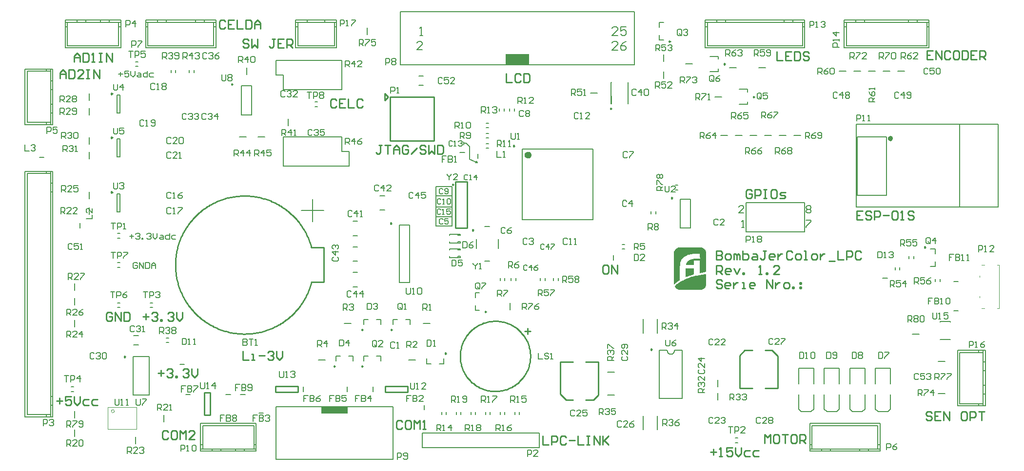
<source format=gto>
G04 Layer_Color=65535*
%FSLAX25Y25*%
%MOIN*%
G70*
G01*
G75*
%ADD55C,0.01000*%
%ADD94C,0.00984*%
%ADD95C,0.00394*%
%ADD96C,0.02000*%
%ADD97C,0.02362*%
%ADD98C,0.00787*%
%ADD99C,0.00394*%
%ADD100C,0.00400*%
%ADD101C,0.00984*%
%ADD102C,0.00800*%
%ADD103C,0.00700*%
%ADD104C,0.00600*%
%ADD105C,0.00591*%
%ADD106R,0.16142X0.07480*%
%ADD107R,0.18000X0.05000*%
G36*
X454160Y88209D02*
Y87970D01*
Y87732D01*
Y87494D01*
Y87255D01*
Y87017D01*
Y86779D01*
Y86540D01*
Y86302D01*
Y86064D01*
Y85826D01*
Y85587D01*
Y85349D01*
Y85111D01*
Y84872D01*
Y84634D01*
Y84396D01*
Y84157D01*
Y83919D01*
Y83681D01*
Y83442D01*
Y83204D01*
Y82966D01*
Y82728D01*
Y82489D01*
Y82251D01*
Y82013D01*
Y81774D01*
Y81536D01*
Y81298D01*
Y81060D01*
Y80821D01*
Y80583D01*
X453921D01*
Y80345D01*
Y80106D01*
X453683D01*
Y79868D01*
Y79630D01*
X453445D01*
Y79391D01*
X453206D01*
Y79153D01*
X452968D01*
Y78915D01*
X452730D01*
Y78677D01*
X452492D01*
Y78438D01*
X452015D01*
Y78200D01*
X451300D01*
Y77962D01*
X435096D01*
Y78200D01*
X434381D01*
Y78438D01*
X433904D01*
Y78677D01*
X433666D01*
Y78915D01*
X433428D01*
Y79153D01*
X433189D01*
Y79391D01*
X432951D01*
Y79630D01*
Y79868D01*
X432713D01*
Y80106D01*
Y80345D01*
Y80583D01*
X432951D01*
Y80821D01*
X433189D01*
Y81060D01*
X433428D01*
Y81298D01*
X433666D01*
Y81536D01*
X433904D01*
Y81774D01*
X434381D01*
Y82013D01*
X434619D01*
Y82251D01*
X435096D01*
Y82489D01*
X435334D01*
Y82728D01*
X435572D01*
Y82966D01*
X436049D01*
Y83204D01*
X436287D01*
Y83442D01*
X436764D01*
Y83681D01*
X437241D01*
Y83919D01*
X437717D01*
Y84157D01*
X438194D01*
Y84396D01*
X438670D01*
Y84634D01*
X439147D01*
Y84872D01*
X439623D01*
Y85111D01*
X440100D01*
Y85349D01*
X440577D01*
Y85587D01*
X441292D01*
Y85826D01*
X441768D01*
Y86064D01*
X442483D01*
Y86302D01*
X443198D01*
Y86540D01*
X443913D01*
Y86779D01*
X444628D01*
Y87017D01*
X445343D01*
Y87255D01*
X446534D01*
Y87494D01*
X447725D01*
Y87732D01*
X448917D01*
Y87970D01*
X450585D01*
Y88209D01*
X452492D01*
Y88447D01*
X454160D01*
Y88209D01*
D02*
G37*
G36*
X445819Y92260D02*
Y92021D01*
Y91783D01*
Y91545D01*
Y91306D01*
Y91068D01*
Y90830D01*
Y90591D01*
Y90353D01*
Y90115D01*
Y89877D01*
Y89638D01*
Y89400D01*
Y89162D01*
Y88923D01*
Y88685D01*
Y88447D01*
X445343D01*
Y88209D01*
X444628D01*
Y87970D01*
X443913D01*
Y87732D01*
X442960D01*
Y87494D01*
X442483D01*
Y87255D01*
X441768D01*
Y87017D01*
X441292D01*
Y86779D01*
X440577D01*
Y86540D01*
X440100D01*
Y86779D01*
Y87017D01*
Y87255D01*
Y87494D01*
Y87732D01*
Y87970D01*
Y88209D01*
Y88447D01*
Y88685D01*
Y88923D01*
Y89162D01*
Y89400D01*
Y89638D01*
Y89877D01*
Y90115D01*
Y90353D01*
Y90591D01*
Y90830D01*
Y91068D01*
Y91306D01*
Y91545D01*
Y91783D01*
Y92021D01*
Y92260D01*
Y92498D01*
X445819D01*
Y92260D01*
D02*
G37*
G36*
X451538Y106557D02*
X452015D01*
Y106319D01*
X452492D01*
Y106081D01*
X452730D01*
Y105842D01*
X452968D01*
Y105604D01*
X453206D01*
Y105366D01*
X453445D01*
Y105128D01*
X453683D01*
Y104889D01*
Y104651D01*
X453921D01*
Y104413D01*
Y104174D01*
X454160D01*
Y103936D01*
Y103698D01*
Y103460D01*
Y103221D01*
Y102983D01*
Y102745D01*
Y102506D01*
Y102268D01*
Y102030D01*
Y101791D01*
Y101553D01*
Y101315D01*
Y101076D01*
Y100838D01*
Y100600D01*
Y100362D01*
Y100123D01*
Y99885D01*
Y99647D01*
Y99408D01*
Y99170D01*
Y98932D01*
Y98694D01*
Y98455D01*
Y98217D01*
Y97979D01*
Y97740D01*
Y97502D01*
Y97264D01*
Y97026D01*
Y96787D01*
Y96549D01*
Y96311D01*
Y96072D01*
Y95834D01*
Y95596D01*
Y95357D01*
Y95119D01*
Y94881D01*
Y94643D01*
Y94404D01*
Y94166D01*
Y93928D01*
Y93689D01*
Y93451D01*
Y93213D01*
Y92974D01*
Y92736D01*
Y92498D01*
Y92260D01*
Y92021D01*
Y91783D01*
Y91545D01*
Y91306D01*
Y91068D01*
Y90830D01*
Y90591D01*
Y90353D01*
Y90115D01*
X453445D01*
Y89877D01*
X452015D01*
Y89638D01*
X450585D01*
Y89400D01*
X449632D01*
Y89638D01*
Y89877D01*
Y90115D01*
Y90353D01*
Y90591D01*
Y90830D01*
Y91068D01*
Y91306D01*
Y91545D01*
Y91783D01*
Y92021D01*
Y92260D01*
Y92498D01*
Y92736D01*
Y92974D01*
Y93213D01*
Y93451D01*
Y93689D01*
Y93928D01*
Y94166D01*
Y94404D01*
Y94643D01*
Y94881D01*
Y95119D01*
Y95357D01*
Y95596D01*
Y95834D01*
Y96072D01*
Y96311D01*
Y96549D01*
Y96787D01*
Y97026D01*
Y97264D01*
Y97502D01*
Y97740D01*
Y97979D01*
X445819D01*
Y97740D01*
Y97502D01*
Y97264D01*
Y97026D01*
Y96787D01*
Y96549D01*
Y96311D01*
Y96072D01*
Y95834D01*
Y95596D01*
Y95357D01*
Y95119D01*
Y94881D01*
X440338D01*
Y95119D01*
Y95357D01*
X440577D01*
Y95596D01*
Y95834D01*
Y96072D01*
X440815D01*
Y96311D01*
Y96549D01*
X441053D01*
Y96787D01*
Y97026D01*
X441292D01*
Y97264D01*
X441530D01*
Y97502D01*
X441768D01*
Y97740D01*
X442006D01*
Y97979D01*
X442483D01*
Y98217D01*
X442960D01*
Y98455D01*
X443436D01*
Y98694D01*
X444151D01*
Y98932D01*
X445343D01*
Y99170D01*
X450108D01*
Y99408D01*
Y99647D01*
Y99885D01*
X449870D01*
Y100123D01*
Y100362D01*
Y100600D01*
X449632D01*
Y100838D01*
Y101076D01*
Y101315D01*
Y101553D01*
Y101791D01*
Y102030D01*
Y102268D01*
Y102506D01*
Y102745D01*
X446534D01*
Y102506D01*
X444628D01*
Y102268D01*
X442960D01*
Y102030D01*
X442006D01*
Y101791D01*
X441530D01*
Y101553D01*
X441053D01*
Y101315D01*
X440577D01*
Y101076D01*
X440100D01*
Y100838D01*
X439623D01*
Y100600D01*
X439147D01*
Y100362D01*
X438909D01*
Y100123D01*
X438670D01*
Y99885D01*
X438432D01*
Y99647D01*
X438194D01*
Y99408D01*
X437955D01*
Y99170D01*
X437717D01*
Y98932D01*
X437479D01*
Y98694D01*
Y98455D01*
X437241D01*
Y98217D01*
X437002D01*
Y97979D01*
Y97740D01*
X436764D01*
Y97502D01*
Y97264D01*
Y97026D01*
X436526D01*
Y96787D01*
Y96549D01*
Y96311D01*
Y96072D01*
X436287D01*
Y95834D01*
Y95596D01*
Y95357D01*
Y95119D01*
Y94881D01*
Y94643D01*
Y94404D01*
X436049D01*
Y94166D01*
Y93928D01*
Y93689D01*
Y93451D01*
Y93213D01*
Y92974D01*
Y92736D01*
Y92498D01*
Y92260D01*
Y92021D01*
Y91783D01*
Y91545D01*
Y91306D01*
Y91068D01*
Y90830D01*
Y90591D01*
Y90353D01*
Y90115D01*
Y89877D01*
Y89638D01*
Y89400D01*
Y89162D01*
Y88923D01*
Y88685D01*
Y88447D01*
Y88209D01*
Y87970D01*
Y87732D01*
Y87494D01*
Y87255D01*
Y87017D01*
Y86779D01*
Y86540D01*
Y86302D01*
Y86064D01*
Y85826D01*
Y85587D01*
Y85349D01*
Y85111D01*
Y84872D01*
Y84634D01*
Y84396D01*
X435811D01*
Y84157D01*
X435572D01*
Y83919D01*
X435096D01*
Y83681D01*
X434858D01*
Y83442D01*
X434381D01*
Y83204D01*
X434143D01*
Y82966D01*
X433904D01*
Y82728D01*
X433428D01*
Y82489D01*
X433189D01*
Y82251D01*
X432951D01*
Y82013D01*
X432713D01*
Y81774D01*
X432475D01*
Y81536D01*
X432236D01*
Y81774D01*
Y82013D01*
Y82251D01*
Y82489D01*
Y82728D01*
Y82966D01*
Y83204D01*
Y83442D01*
Y83681D01*
Y83919D01*
Y84157D01*
Y84396D01*
Y84634D01*
Y84872D01*
Y85111D01*
Y85349D01*
Y85587D01*
Y85826D01*
Y86064D01*
Y86302D01*
Y86540D01*
Y86779D01*
Y87017D01*
Y87255D01*
Y87494D01*
Y87732D01*
Y87970D01*
Y88209D01*
Y88447D01*
Y88685D01*
Y88923D01*
Y89162D01*
Y89400D01*
Y89638D01*
Y89877D01*
Y90115D01*
Y90353D01*
Y90591D01*
Y90830D01*
Y91068D01*
Y91306D01*
Y91545D01*
Y91783D01*
Y92021D01*
Y92260D01*
Y92498D01*
Y92736D01*
Y92974D01*
Y93213D01*
Y93451D01*
Y93689D01*
Y93928D01*
Y94166D01*
Y94404D01*
Y94643D01*
Y94881D01*
Y95119D01*
Y95357D01*
Y95596D01*
Y95834D01*
Y96072D01*
Y96311D01*
Y96549D01*
Y96787D01*
Y97026D01*
Y97264D01*
Y97502D01*
Y97740D01*
Y97979D01*
Y98217D01*
Y98455D01*
Y98694D01*
Y98932D01*
Y99170D01*
Y99408D01*
Y99647D01*
Y99885D01*
Y100123D01*
Y100362D01*
Y100600D01*
Y100838D01*
Y101076D01*
Y101315D01*
Y101553D01*
Y101791D01*
Y102030D01*
Y102268D01*
Y102506D01*
Y102745D01*
Y102983D01*
Y103221D01*
Y103460D01*
Y103698D01*
Y103936D01*
Y104174D01*
X432475D01*
Y104413D01*
Y104651D01*
X432713D01*
Y104889D01*
Y105128D01*
X432951D01*
Y105366D01*
X433189D01*
Y105604D01*
X433428D01*
Y105842D01*
X433666D01*
Y106081D01*
X433904D01*
Y106319D01*
X434381D01*
Y106557D01*
X434858D01*
Y106796D01*
X451538D01*
Y106557D01*
D02*
G37*
G54D55*
X184257Y106925D02*
X183995Y107890D01*
X183712Y108848D01*
X183409Y109800D01*
X183086Y110746D01*
X182743Y111685D01*
X182380Y112616D01*
X181998Y113539D01*
X181596Y114454D01*
X181175Y115360D01*
X180735Y116257D01*
X180276Y117145D01*
X179798Y118023D01*
X179302Y118890D01*
X178788Y119747D01*
X178255Y120593D01*
X177705Y121427D01*
X177137Y122249D01*
X176552Y123059D01*
X175950Y123857D01*
X175331Y124642D01*
X174696Y125413D01*
X174045Y126171D01*
X173378Y126915D01*
X172695Y127645D01*
X171997Y128360D01*
X171284Y129060D01*
X170556Y129745D01*
X169814Y130414D01*
X169058Y131068D01*
X168288Y131705D01*
X167505Y132326D01*
X166709Y132930D01*
X165901Y133517D01*
X165080Y134087D01*
X164247Y134640D01*
X163403Y135175D01*
X162548Y135691D01*
X161682Y136190D01*
X160805Y136670D01*
X159919Y137132D01*
X159023Y137575D01*
X158118Y137998D01*
X157204Y138402D01*
X156282Y138787D01*
X155352Y139153D01*
X154414Y139498D01*
X153470Y139824D01*
X152518Y140130D01*
X151560Y140415D01*
X150597Y140681D01*
X149628Y140925D01*
X148654Y141149D01*
X147676Y141353D01*
X146693Y141536D01*
X145707Y141698D01*
X144718Y141839D01*
X143726Y141959D01*
X142731Y142058D01*
X141735Y142136D01*
X140737Y142193D01*
X139739Y142229D01*
X138740Y142244D01*
X137740Y142237D01*
X136741Y142210D01*
X135743Y142161D01*
X134746Y142091D01*
X133751Y142000D01*
X132758Y141889D01*
X131768Y141756D01*
X130780Y141602D01*
X129796Y141427D01*
X128816Y141232D01*
X127841Y141016D01*
X126870Y140779D01*
X125904Y140522D01*
X124944Y140244D01*
X123990Y139947D01*
X123043Y139629D01*
X122102Y139291D01*
X121169Y138933D01*
X120244Y138556D01*
X119327Y138159D01*
X118418Y137743D01*
X117519Y137308D01*
X116628Y136854D01*
X115748Y136381D01*
X114878Y135890D01*
X114018Y135380D01*
X113170Y134852D01*
X112333Y134307D01*
X111507Y133743D01*
X110694Y133163D01*
X109893Y132565D01*
X109105Y131951D01*
X108330Y131320D01*
X107568Y130673D01*
X106821Y130010D01*
X106087Y129331D01*
X105368Y128637D01*
X104664Y127927D01*
X103975Y127204D01*
X103302Y126465D01*
X102644Y125713D01*
X102003Y124947D01*
X101378Y124167D01*
X100769Y123374D01*
X100177Y122569D01*
X99603Y121751D01*
X99046Y120922D01*
X98506Y120081D01*
X97985Y119228D01*
X97481Y118365D01*
X96996Y117491D01*
X96530Y116607D01*
X96082Y115714D01*
X95654Y114811D01*
X95244Y113900D01*
X94854Y112980D01*
X94484Y112052D01*
X94133Y111116D01*
X93802Y110173D01*
X93491Y109223D01*
X93200Y108267D01*
X92930Y107305D01*
X92680Y106338D01*
X92450Y105365D01*
X92241Y104388D01*
X92053Y103406D01*
X91886Y102421D01*
X91739Y101433D01*
X91614Y100441D01*
X91509Y99448D01*
X91426Y98452D01*
X91363Y97454D01*
X91322Y96456D01*
X91301Y95457D01*
X91302Y94458D01*
X91324Y93458D01*
X91368Y92460D01*
X91432Y91463D01*
X91517Y90467D01*
X91624Y89473D01*
X91751Y88482D01*
X91899Y87494D01*
X92068Y86509D01*
X92258Y85528D01*
X92469Y84551D01*
X92700Y83579D01*
X92952Y82612D01*
X93225Y81651D01*
X93517Y80695D01*
X93830Y79746D01*
X94162Y78803D01*
X94515Y77868D01*
X94887Y76941D01*
X95279Y76022D01*
X95690Y75111D01*
X96120Y74209D01*
X96569Y73316D01*
X97037Y72433D01*
X97524Y71561D01*
X98029Y70698D01*
X98552Y69847D01*
X99093Y69007D01*
X99651Y68178D01*
X100227Y67361D01*
X100821Y66557D01*
X101431Y65766D01*
X102057Y64987D01*
X102700Y64222D01*
X103359Y63471D01*
X104034Y62734D01*
X104724Y62011D01*
X105429Y61303D01*
X106149Y60610D01*
X106884Y59933D01*
X107633Y59271D01*
X108396Y58625D01*
X109172Y57996D01*
X109961Y57383D01*
X110763Y56787D01*
X111577Y56208D01*
X112404Y55646D01*
X113242Y55102D01*
X114092Y54576D01*
X114952Y54068D01*
X115823Y53578D01*
X116704Y53106D01*
X117595Y52654D01*
X118496Y52220D01*
X119405Y51806D01*
X120323Y51411D01*
X121249Y51035D01*
X122183Y50679D01*
X123124Y50343D01*
X124072Y50027D01*
X125026Y49731D01*
X125987Y49455D01*
X126953Y49200D01*
X127924Y48965D01*
X128900Y48750D01*
X129880Y48557D01*
X130865Y48384D01*
X131852Y48232D01*
X132843Y48101D01*
X133836Y47991D01*
X134832Y47902D01*
X135829Y47834D01*
X136827Y47787D01*
X137826Y47761D01*
X138825Y47757D01*
X139824Y47773D01*
X140823Y47811D01*
X141821Y47870D01*
X142817Y47950D01*
X143811Y48050D01*
X144803Y48172D01*
X145792Y48315D01*
X146777Y48479D01*
X147760Y48664D01*
X148738Y48869D01*
X149711Y49095D01*
X150680Y49341D01*
X151643Y49608D01*
X152600Y49895D01*
X153551Y50203D01*
X154495Y50530D01*
X155432Y50878D01*
X156361Y51245D01*
X157283Y51631D01*
X158196Y52037D01*
X159100Y52463D01*
X159995Y52907D01*
X160881Y53370D01*
X161756Y53852D01*
X162621Y54352D01*
X163476Y54870D01*
X164319Y55407D01*
X165150Y55961D01*
X165970Y56532D01*
X166778Y57121D01*
X167573Y57727D01*
X168354Y58349D01*
X169123Y58988D01*
X169878Y59642D01*
X170619Y60313D01*
X171345Y60999D01*
X172057Y61701D01*
X172754Y62417D01*
X173435Y63148D01*
X174101Y63893D01*
X174751Y64652D01*
X175385Y65425D01*
X176002Y66211D01*
X176603Y67009D01*
X177186Y67821D01*
X177752Y68644D01*
X178301Y69479D01*
X178832Y70326D01*
X179345Y71183D01*
X179840Y72052D01*
X180316Y72930D01*
X180773Y73819D01*
X181212Y74717D01*
X181631Y75624D01*
X182031Y76539D01*
X182412Y77463D01*
X182773Y78395D01*
X183115Y79334D01*
X183436Y80281D01*
X183737Y81233D01*
X184018Y82192D01*
X184279Y83157D01*
X334000Y32500D02*
X333979Y33498D01*
X333917Y34495D01*
X333813Y35488D01*
X333668Y36476D01*
X333482Y37457D01*
X333256Y38430D01*
X332989Y39392D01*
X332682Y40343D01*
X332337Y41279D01*
X331952Y42201D01*
X331529Y43106D01*
X331070Y43992D01*
X330573Y44859D01*
X330042Y45704D01*
X329475Y46526D01*
X328875Y47324D01*
X328242Y48096D01*
X327577Y48842D01*
X326882Y49559D01*
X326158Y50246D01*
X325406Y50903D01*
X324627Y51528D01*
X323823Y52120D01*
X322994Y52678D01*
X322144Y53201D01*
X321272Y53688D01*
X320381Y54139D01*
X319472Y54552D01*
X318546Y54927D01*
X317606Y55263D01*
X316653Y55560D01*
X315688Y55816D01*
X314713Y56033D01*
X313730Y56208D01*
X312740Y56343D01*
X311746Y56436D01*
X310749Y56488D01*
X309750Y56499D01*
X308752Y56467D01*
X307756Y56395D01*
X306764Y56281D01*
X305778Y56126D01*
X304799Y55930D01*
X303829Y55693D01*
X302869Y55416D01*
X301922Y55100D01*
X300989Y54744D01*
X300071Y54350D01*
X299171Y53918D01*
X298289Y53449D01*
X297428Y52944D01*
X296588Y52403D01*
X295772Y51828D01*
X294981Y51219D01*
X294215Y50578D01*
X293476Y49906D01*
X292767Y49204D01*
X292087Y48472D01*
X291438Y47713D01*
X290821Y46928D01*
X290237Y46118D01*
X289688Y45284D01*
X289174Y44428D01*
X288696Y43551D01*
X288254Y42655D01*
X287851Y41742D01*
X287486Y40813D01*
X287159Y39869D01*
X286873Y38912D01*
X286626Y37945D01*
X286420Y36968D01*
X286254Y35983D01*
X286130Y34992D01*
X286047Y33997D01*
X286005Y32999D01*
X286005Y32001D01*
X286047Y31003D01*
X286130Y30008D01*
X286254Y29017D01*
X286420Y28032D01*
X286626Y27055D01*
X286873Y26087D01*
X287159Y25131D01*
X287486Y24187D01*
X287851Y23258D01*
X288254Y22344D01*
X288696Y21449D01*
X289174Y20572D01*
X289688Y19716D01*
X290237Y18882D01*
X290821Y18072D01*
X291438Y17287D01*
X292087Y16528D01*
X292767Y15796D01*
X293477Y15094D01*
X294215Y14422D01*
X294981Y13780D01*
X295772Y13172D01*
X296589Y12597D01*
X297428Y12056D01*
X298289Y11551D01*
X299171Y11082D01*
X300072Y10650D01*
X300989Y10256D01*
X301922Y9900D01*
X302869Y9584D01*
X303829Y9307D01*
X304799Y9070D01*
X305778Y8874D01*
X306764Y8719D01*
X307756Y8605D01*
X308752Y8533D01*
X309750Y8501D01*
X310749Y8512D01*
X311746Y8564D01*
X312740Y8657D01*
X313730Y8792D01*
X314713Y8967D01*
X315688Y9184D01*
X316653Y9441D01*
X317606Y9737D01*
X318547Y10073D01*
X319472Y10448D01*
X320381Y10861D01*
X321272Y11312D01*
X322144Y11799D01*
X322994Y12322D01*
X323823Y12880D01*
X324627Y13472D01*
X325406Y14097D01*
X326158Y14754D01*
X326882Y15441D01*
X327577Y16158D01*
X328242Y16904D01*
X328875Y17676D01*
X329475Y18474D01*
X330042Y19296D01*
X330573Y20141D01*
X331070Y21008D01*
X331529Y21894D01*
X331952Y22799D01*
X332337Y23721D01*
X332682Y24657D01*
X332989Y25608D01*
X333256Y26570D01*
X333482Y27543D01*
X333668Y28524D01*
X333813Y29512D01*
X333917Y30505D01*
X333979Y31501D01*
X334000Y32500D01*
X184257Y106811D02*
X192874D01*
Y83189D02*
Y106811D01*
X184257Y83189D02*
X192874D01*
X290709Y120350D02*
X290709Y151847D01*
X282835Y120350D02*
Y151847D01*
X290709D01*
X282835Y120350D02*
X290709D01*
X480551Y36492D02*
X485669D01*
X494331D02*
X499055D01*
X477008Y10508D02*
X485669D01*
X494331D02*
X502992D01*
X499055Y36492D02*
X502992Y32555D01*
X477008Y32949D02*
X480551Y36492D01*
X502992Y10508D02*
Y32555D01*
X477008Y10508D02*
Y32949D01*
X371831Y2508D02*
X376949D01*
X358445D02*
X363169D01*
X371831Y28492D02*
X380492D01*
X354508D02*
X363169D01*
X354508Y6445D02*
X358445Y2508D01*
X376949D02*
X380492Y6051D01*
X354508Y6445D02*
Y28492D01*
X380492Y6051D02*
Y28492D01*
X234400Y207600D02*
Y212400D01*
X268000Y180000D02*
Y210000D01*
X238000Y180000D02*
X268000D01*
X238000D02*
Y210000D01*
X268000D01*
X234400Y212400D02*
X236800Y210000D01*
X234400Y207600D02*
X236800Y210000D01*
X137500Y35998D02*
Y30000D01*
X141499D01*
X143498D02*
X145497D01*
X144498D01*
Y33999D01*
X143498D01*
X148496Y32999D02*
X152495D01*
X154495Y34998D02*
X155494Y35998D01*
X157493D01*
X158493Y34998D01*
Y33999D01*
X157493Y32999D01*
X156494D01*
X157493D01*
X158493Y31999D01*
Y31000D01*
X157493Y30000D01*
X155494D01*
X154495Y31000D01*
X160493Y35998D02*
Y31999D01*
X162492Y30000D01*
X164491Y31999D01*
Y35998D01*
X386499Y94998D02*
X384500D01*
X383500Y93998D01*
Y90000D01*
X384500Y89000D01*
X386499D01*
X387499Y90000D01*
Y93998D01*
X386499Y94998D01*
X389498Y89000D02*
Y94998D01*
X393497Y89000D01*
Y94998D01*
X79500Y20999D02*
X83499D01*
X81499Y22998D02*
Y19000D01*
X85498Y22998D02*
X86498Y23998D01*
X88497D01*
X89497Y22998D01*
Y21999D01*
X88497Y20999D01*
X87497D01*
X88497D01*
X89497Y19999D01*
Y19000D01*
X88497Y18000D01*
X86498D01*
X85498Y19000D01*
X91496Y18000D02*
Y19000D01*
X92496D01*
Y18000D01*
X91496D01*
X96495Y22998D02*
X97494Y23998D01*
X99493D01*
X100493Y22998D01*
Y21999D01*
X99493Y20999D01*
X98494D01*
X99493D01*
X100493Y19999D01*
Y19000D01*
X99493Y18000D01*
X97494D01*
X96495Y19000D01*
X102493Y23998D02*
Y19999D01*
X104492Y18000D01*
X106491Y19999D01*
Y23998D01*
X232499Y176998D02*
X230499D01*
X231499D01*
Y172000D01*
X230499Y171000D01*
X229500D01*
X228500Y172000D01*
X234498Y176998D02*
X238497D01*
X236497D01*
Y171000D01*
X240496D02*
Y174999D01*
X242495Y176998D01*
X244495Y174999D01*
Y171000D01*
Y173999D01*
X240496D01*
X250493Y175998D02*
X249493Y176998D01*
X247494D01*
X246494Y175998D01*
Y172000D01*
X247494Y171000D01*
X249493D01*
X250493Y172000D01*
Y173999D01*
X248494D01*
X252492Y171000D02*
X256491Y174999D01*
X262489Y175998D02*
X261489Y176998D01*
X259490D01*
X258490Y175998D01*
Y174999D01*
X259490Y173999D01*
X261489D01*
X262489Y172999D01*
Y172000D01*
X261489Y171000D01*
X259490D01*
X258490Y172000D01*
X264488Y176998D02*
Y171000D01*
X266488Y172999D01*
X268487Y171000D01*
Y176998D01*
X270486D02*
Y171000D01*
X273485D01*
X274485Y172000D01*
Y175998D01*
X273485Y176998D01*
X270486D01*
X342500Y-22002D02*
Y-28000D01*
X346499D01*
X348498D02*
Y-22002D01*
X351497D01*
X352497Y-23002D01*
Y-25001D01*
X351497Y-26001D01*
X348498D01*
X358495Y-23002D02*
X357495Y-22002D01*
X355496D01*
X354496Y-23002D01*
Y-27000D01*
X355496Y-28000D01*
X357495D01*
X358495Y-27000D01*
X360494Y-25001D02*
X364493D01*
X366492Y-22002D02*
Y-28000D01*
X370491D01*
X372490Y-22002D02*
X374490D01*
X373490D01*
Y-28000D01*
X372490D01*
X374490D01*
X377489D02*
Y-22002D01*
X381487Y-28000D01*
Y-22002D01*
X383487D02*
Y-28000D01*
Y-26001D01*
X387485Y-22002D01*
X384486Y-25001D01*
X387485Y-28000D01*
X22000Y234000D02*
Y237999D01*
X23999Y239998D01*
X25999Y237999D01*
Y234000D01*
Y236999D01*
X22000D01*
X27998Y239998D02*
Y234000D01*
X30997D01*
X31997Y235000D01*
Y238998D01*
X30997Y239998D01*
X27998D01*
X33996Y234000D02*
X35996D01*
X34996D01*
Y239998D01*
X33996Y238998D01*
X38995Y239998D02*
X40994D01*
X39994D01*
Y234000D01*
X38995D01*
X40994D01*
X43993D02*
Y239998D01*
X47992Y234000D01*
Y239998D01*
X12500Y222500D02*
Y226499D01*
X14499Y228498D01*
X16499Y226499D01*
Y222500D01*
Y225499D01*
X12500D01*
X18498Y228498D02*
Y222500D01*
X21497D01*
X22497Y223500D01*
Y227498D01*
X21497Y228498D01*
X18498D01*
X28495Y222500D02*
X24496D01*
X28495Y226499D01*
Y227498D01*
X27495Y228498D01*
X25496D01*
X24496Y227498D01*
X30494Y228498D02*
X32493D01*
X31494D01*
Y222500D01*
X30494D01*
X32493D01*
X35493D02*
Y228498D01*
X39491Y222500D01*
Y228498D01*
X494000Y-27000D02*
Y-21002D01*
X495999Y-23001D01*
X497999Y-21002D01*
Y-27000D01*
X502997Y-21002D02*
X500998D01*
X499998Y-22002D01*
Y-26000D01*
X500998Y-27000D01*
X502997D01*
X503997Y-26000D01*
Y-22002D01*
X502997Y-21002D01*
X505996D02*
X509995D01*
X507996D01*
Y-27000D01*
X514993Y-21002D02*
X512994D01*
X511994Y-22002D01*
Y-26000D01*
X512994Y-27000D01*
X514993D01*
X515993Y-26000D01*
Y-22002D01*
X514993Y-21002D01*
X517992Y-27000D02*
Y-21002D01*
X520991D01*
X521991Y-22002D01*
Y-24001D01*
X520991Y-25001D01*
X517992D01*
X519992D02*
X521991Y-27000D01*
X125499Y261498D02*
X124499Y262498D01*
X122500D01*
X121500Y261498D01*
Y257500D01*
X122500Y256500D01*
X124499D01*
X125499Y257500D01*
X131497Y262498D02*
X127498D01*
Y256500D01*
X131497D01*
X127498Y259499D02*
X129497D01*
X133496Y262498D02*
Y256500D01*
X137495D01*
X139494Y262498D02*
Y256500D01*
X142493D01*
X143493Y257500D01*
Y261498D01*
X142493Y262498D01*
X139494D01*
X145492Y256500D02*
Y260499D01*
X147492Y262498D01*
X149491Y260499D01*
Y256500D01*
Y259499D01*
X145492D01*
X317500Y225998D02*
Y220000D01*
X321499D01*
X327497Y224998D02*
X326497Y225998D01*
X324498D01*
X323498Y224998D01*
Y221000D01*
X324498Y220000D01*
X326497D01*
X327497Y221000D01*
X329496Y225998D02*
Y220000D01*
X332495D01*
X333495Y221000D01*
Y224998D01*
X332495Y225998D01*
X329496D01*
X246499Y-12502D02*
X245499Y-11502D01*
X243500D01*
X242500Y-12502D01*
Y-16500D01*
X243500Y-17500D01*
X245499D01*
X246499Y-16500D01*
X251497Y-11502D02*
X249498D01*
X248498Y-12502D01*
Y-16500D01*
X249498Y-17500D01*
X251497D01*
X252497Y-16500D01*
Y-12502D01*
X251497Y-11502D01*
X254496Y-17500D02*
Y-11502D01*
X256495Y-13501D01*
X258495Y-11502D01*
Y-17500D01*
X260494D02*
X262493D01*
X261494D01*
Y-11502D01*
X260494Y-12502D01*
X86499Y-19502D02*
X85499Y-18502D01*
X83500D01*
X82500Y-19502D01*
Y-23500D01*
X83500Y-24500D01*
X85499D01*
X86499Y-23500D01*
X91497Y-18502D02*
X89498D01*
X88498Y-19502D01*
Y-23500D01*
X89498Y-24500D01*
X91497D01*
X92497Y-23500D01*
Y-19502D01*
X91497Y-18502D01*
X94496Y-24500D02*
Y-18502D01*
X96495Y-20501D01*
X98495Y-18502D01*
Y-24500D01*
X104493D02*
X100494D01*
X104493Y-20501D01*
Y-19502D01*
X103493Y-18502D01*
X101494D01*
X100494Y-19502D01*
X560999Y131998D02*
X557000D01*
Y126000D01*
X560999D01*
X557000Y128999D02*
X558999D01*
X566997Y130998D02*
X565997Y131998D01*
X563998D01*
X562998Y130998D01*
Y129999D01*
X563998Y128999D01*
X565997D01*
X566997Y127999D01*
Y127000D01*
X565997Y126000D01*
X563998D01*
X562998Y127000D01*
X568996Y126000D02*
Y131998D01*
X571995D01*
X572995Y130998D01*
Y128999D01*
X571995Y127999D01*
X568996D01*
X574994Y128999D02*
X578993D01*
X580992Y130998D02*
X581992Y131998D01*
X583991D01*
X584991Y130998D01*
Y127000D01*
X583991Y126000D01*
X581992D01*
X580992Y127000D01*
Y130998D01*
X586990Y126000D02*
X588990D01*
X587990D01*
Y131998D01*
X586990Y130998D01*
X595987D02*
X594988Y131998D01*
X592988D01*
X591989Y130998D01*
Y129999D01*
X592988Y128999D01*
X594988D01*
X595987Y127999D01*
Y127000D01*
X594988Y126000D01*
X592988D01*
X591989Y127000D01*
X502500Y240998D02*
Y235000D01*
X506499D01*
X512497Y240998D02*
X508498D01*
Y235000D01*
X512497D01*
X508498Y237999D02*
X510497D01*
X514496Y240998D02*
Y235000D01*
X517495D01*
X518495Y236000D01*
Y239998D01*
X517495Y240998D01*
X514496D01*
X524493Y239998D02*
X523493Y240998D01*
X521494D01*
X520494Y239998D01*
Y238999D01*
X521494Y237999D01*
X523493D01*
X524493Y236999D01*
Y236000D01*
X523493Y235000D01*
X521494D01*
X520494Y236000D01*
X608999Y241498D02*
X605000D01*
Y235500D01*
X608999D01*
X605000Y238499D02*
X606999D01*
X610998Y235500D02*
Y241498D01*
X614997Y235500D01*
Y241498D01*
X620995Y240498D02*
X619995Y241498D01*
X617996D01*
X616996Y240498D01*
Y236500D01*
X617996Y235500D01*
X619995D01*
X620995Y236500D01*
X625993Y241498D02*
X623994D01*
X622994Y240498D01*
Y236500D01*
X623994Y235500D01*
X625993D01*
X626993Y236500D01*
Y240498D01*
X625993Y241498D01*
X628992D02*
Y235500D01*
X631991D01*
X632991Y236500D01*
Y240498D01*
X631991Y241498D01*
X628992D01*
X638989D02*
X634990D01*
Y235500D01*
X638989D01*
X634990Y238499D02*
X636990D01*
X640988Y235500D02*
Y241498D01*
X643987D01*
X644987Y240498D01*
Y238499D01*
X643987Y237499D01*
X640988D01*
X642988D02*
X644987Y235500D01*
X608499Y-6502D02*
X607499Y-5502D01*
X605500D01*
X604500Y-6502D01*
Y-7501D01*
X605500Y-8501D01*
X607499D01*
X608499Y-9501D01*
Y-10500D01*
X607499Y-11500D01*
X605500D01*
X604500Y-10500D01*
X614497Y-5502D02*
X610498D01*
Y-11500D01*
X614497D01*
X610498Y-8501D02*
X612497D01*
X616496Y-11500D02*
Y-5502D01*
X620495Y-11500D01*
Y-5502D01*
X631491D02*
X629492D01*
X628492Y-6502D01*
Y-10500D01*
X629492Y-11500D01*
X631491D01*
X632491Y-10500D01*
Y-6502D01*
X631491Y-5502D01*
X634490Y-11500D02*
Y-5502D01*
X637489D01*
X638489Y-6502D01*
Y-8501D01*
X637489Y-9501D01*
X634490D01*
X640488Y-5502D02*
X644487D01*
X642488D01*
Y-11500D01*
X141499Y248498D02*
X140499Y249498D01*
X138500D01*
X137500Y248498D01*
Y247499D01*
X138500Y246499D01*
X140499D01*
X141499Y245499D01*
Y244500D01*
X140499Y243500D01*
X138500D01*
X137500Y244500D01*
X143498Y249498D02*
Y243500D01*
X145497Y245499D01*
X147497Y243500D01*
Y249498D01*
X159493D02*
X157493D01*
X158493D01*
Y244500D01*
X157493Y243500D01*
X156494D01*
X155494Y244500D01*
X165491Y249498D02*
X161492D01*
Y243500D01*
X165491D01*
X161492Y246499D02*
X163492D01*
X167490Y243500D02*
Y249498D01*
X170489D01*
X171489Y248498D01*
Y246499D01*
X170489Y245499D01*
X167490D01*
X169490D02*
X171489Y243500D01*
X485499Y145498D02*
X484499Y146498D01*
X482500D01*
X481500Y145498D01*
Y141500D01*
X482500Y140500D01*
X484499D01*
X485499Y141500D01*
Y143499D01*
X483499D01*
X487498Y140500D02*
Y146498D01*
X490497D01*
X491497Y145498D01*
Y143499D01*
X490497Y142499D01*
X487498D01*
X493496Y146498D02*
X495496D01*
X494496D01*
Y140500D01*
X493496D01*
X495496D01*
X501494Y146498D02*
X499494D01*
X498494Y145498D01*
Y141500D01*
X499494Y140500D01*
X501494D01*
X502493Y141500D01*
Y145498D01*
X501494Y146498D01*
X504493Y140500D02*
X507492D01*
X508491Y141500D01*
X507492Y142499D01*
X505492D01*
X504493Y143499D01*
X505492Y144499D01*
X508491D01*
X457000Y-33001D02*
X460999D01*
X458999Y-31002D02*
Y-35000D01*
X462998Y-36000D02*
X464997D01*
X463998D01*
Y-30002D01*
X462998Y-31002D01*
X471995Y-30002D02*
X467996D01*
Y-33001D01*
X469996Y-32001D01*
X470996D01*
X471995Y-33001D01*
Y-35000D01*
X470996Y-36000D01*
X468996D01*
X467996Y-35000D01*
X473994Y-30002D02*
Y-34001D01*
X475994Y-36000D01*
X477993Y-34001D01*
Y-30002D01*
X483991Y-32001D02*
X480992D01*
X479993Y-33001D01*
Y-35000D01*
X480992Y-36000D01*
X483991D01*
X489989Y-32001D02*
X486990D01*
X485991Y-33001D01*
Y-35000D01*
X486990Y-36000D01*
X489989D01*
X69000Y59499D02*
X72999D01*
X70999Y61498D02*
Y57500D01*
X74998Y61498D02*
X75998Y62498D01*
X77997D01*
X78997Y61498D01*
Y60499D01*
X77997Y59499D01*
X76997D01*
X77997D01*
X78997Y58499D01*
Y57500D01*
X77997Y56500D01*
X75998D01*
X74998Y57500D01*
X80996Y56500D02*
Y57500D01*
X81996D01*
Y56500D01*
X80996D01*
X85994Y61498D02*
X86994Y62498D01*
X88994D01*
X89993Y61498D01*
Y60499D01*
X88994Y59499D01*
X87994D01*
X88994D01*
X89993Y58499D01*
Y57500D01*
X88994Y56500D01*
X86994D01*
X85994Y57500D01*
X91993Y62498D02*
Y58499D01*
X93992Y56500D01*
X95991Y58499D01*
Y62498D01*
X10000Y1999D02*
X13999D01*
X11999Y3998D02*
Y-0D01*
X19997Y4998D02*
X15998D01*
Y1999D01*
X17997Y2999D01*
X18997D01*
X19997Y1999D01*
Y-0D01*
X18997Y-1000D01*
X16998D01*
X15998Y-0D01*
X21996Y4998D02*
Y999D01*
X23995Y-1000D01*
X25995Y999D01*
Y4998D01*
X31993Y2999D02*
X28994D01*
X27994Y1999D01*
Y-0D01*
X28994Y-1000D01*
X31993D01*
X37991Y2999D02*
X34992D01*
X33992Y1999D01*
Y-0D01*
X34992Y-1000D01*
X37991D01*
X47999Y61498D02*
X46999Y62498D01*
X45000D01*
X44000Y61498D01*
Y57500D01*
X45000Y56500D01*
X46999D01*
X47999Y57500D01*
Y59499D01*
X45999D01*
X49998Y56500D02*
Y62498D01*
X53997Y56500D01*
Y62498D01*
X55996D02*
Y56500D01*
X58995D01*
X59995Y57500D01*
Y61498D01*
X58995Y62498D01*
X55996D01*
X201499Y207498D02*
X200499Y208498D01*
X198500D01*
X197500Y207498D01*
Y203500D01*
X198500Y202500D01*
X200499D01*
X201499Y203500D01*
X207497Y208498D02*
X203498D01*
Y202500D01*
X207497D01*
X203498Y205499D02*
X205497D01*
X209496Y208498D02*
Y202500D01*
X213495D01*
X219493Y207498D02*
X218493Y208498D01*
X216494D01*
X215494Y207498D01*
Y203500D01*
X216494Y202500D01*
X218493D01*
X219493Y203500D01*
X461000Y104498D02*
Y98500D01*
X463999D01*
X464999Y99500D01*
Y100499D01*
X463999Y101499D01*
X461000D01*
X463999D01*
X464999Y102499D01*
Y103498D01*
X463999Y104498D01*
X461000D01*
X467998Y98500D02*
X469997D01*
X470997Y99500D01*
Y101499D01*
X469997Y102499D01*
X467998D01*
X466998Y101499D01*
Y99500D01*
X467998Y98500D01*
X472996D02*
Y102499D01*
X473996D01*
X474996Y101499D01*
Y98500D01*
Y101499D01*
X475995Y102499D01*
X476995Y101499D01*
Y98500D01*
X478994Y104498D02*
Y98500D01*
X481993D01*
X482993Y99500D01*
Y100499D01*
Y101499D01*
X481993Y102499D01*
X478994D01*
X485992D02*
X487991D01*
X488991Y101499D01*
Y98500D01*
X485992D01*
X484992Y99500D01*
X485992Y100499D01*
X488991D01*
X494989Y104498D02*
X492990D01*
X493989D01*
Y99500D01*
X492990Y98500D01*
X491990D01*
X490990Y99500D01*
X499987Y98500D02*
X497988D01*
X496988Y99500D01*
Y101499D01*
X497988Y102499D01*
X499987D01*
X500987Y101499D01*
Y100499D01*
X496988D01*
X502986Y102499D02*
Y98500D01*
Y100499D01*
X503986Y101499D01*
X504986Y102499D01*
X505985D01*
X512983Y103498D02*
X511983Y104498D01*
X509984D01*
X508985Y103498D01*
Y99500D01*
X509984Y98500D01*
X511983D01*
X512983Y99500D01*
X515982Y98500D02*
X517982D01*
X518981Y99500D01*
Y101499D01*
X517982Y102499D01*
X515982D01*
X514983Y101499D01*
Y99500D01*
X515982Y98500D01*
X520981D02*
X522980D01*
X521980D01*
Y104498D01*
X520981D01*
X526979Y98500D02*
X528978D01*
X529978Y99500D01*
Y101499D01*
X528978Y102499D01*
X526979D01*
X525979Y101499D01*
Y99500D01*
X526979Y98500D01*
X531977Y102499D02*
Y98500D01*
Y100499D01*
X532977Y101499D01*
X533976Y102499D01*
X534976D01*
X537975Y97500D02*
X541974D01*
X543973Y104498D02*
Y98500D01*
X547972D01*
X549971D02*
Y104498D01*
X552970D01*
X553970Y103498D01*
Y101499D01*
X552970Y100499D01*
X549971D01*
X559968Y103498D02*
X558968Y104498D01*
X556969D01*
X555969Y103498D01*
Y99500D01*
X556969Y98500D01*
X558968D01*
X559968Y99500D01*
X461000Y88500D02*
Y94498D01*
X463999D01*
X464999Y93498D01*
Y91499D01*
X463999Y90499D01*
X461000D01*
X462999D02*
X464999Y88500D01*
X469997D02*
X467998D01*
X466998Y89500D01*
Y91499D01*
X467998Y92499D01*
X469997D01*
X470997Y91499D01*
Y90499D01*
X466998D01*
X472996Y92499D02*
X474996Y88500D01*
X476995Y92499D01*
X478994Y88500D02*
Y89500D01*
X479994D01*
Y88500D01*
X478994D01*
X489991D02*
X491990D01*
X490990D01*
Y94498D01*
X489991Y93498D01*
X494989Y88500D02*
Y89500D01*
X495989D01*
Y88500D01*
X494989D01*
X503986D02*
X499987D01*
X503986Y92499D01*
Y93498D01*
X502986Y94498D01*
X500987D01*
X499987Y93498D01*
X464936Y83920D02*
X463952Y84904D01*
X461984D01*
X461000Y83920D01*
Y82936D01*
X461984Y81952D01*
X463952D01*
X464936Y80968D01*
Y79984D01*
X463952Y79000D01*
X461984D01*
X461000Y79984D01*
X469855Y79000D02*
X467887D01*
X466904Y79984D01*
Y81952D01*
X467887Y82936D01*
X469855D01*
X470839Y81952D01*
Y80968D01*
X466904D01*
X472807Y82936D02*
Y79000D01*
Y80968D01*
X473791Y81952D01*
X474775Y82936D01*
X475759D01*
X478711Y79000D02*
X480679D01*
X479695D01*
Y82936D01*
X478711D01*
X486582Y79000D02*
X484614D01*
X483630Y79984D01*
Y81952D01*
X484614Y82936D01*
X486582D01*
X487566Y81952D01*
Y80968D01*
X483630D01*
X495438Y79000D02*
Y84904D01*
X499373Y79000D01*
Y84904D01*
X501341Y82936D02*
Y79000D01*
Y80968D01*
X502325Y81952D01*
X503309Y82936D01*
X504293D01*
X508229Y79000D02*
X510197D01*
X511180Y79984D01*
Y81952D01*
X510197Y82936D01*
X508229D01*
X507245Y81952D01*
Y79984D01*
X508229Y79000D01*
X513148D02*
Y79984D01*
X514132D01*
Y79000D01*
X513148D01*
X518068Y82936D02*
X519052D01*
Y81952D01*
X518068D01*
Y82936D01*
Y79984D02*
X519052D01*
Y79000D01*
X518068D01*
Y79984D01*
X330000Y49499D02*
X333999D01*
X331999Y51498D02*
Y47500D01*
G54D94*
X130492Y218543D02*
X129754Y218969D01*
Y218117D01*
X130492Y218543D01*
X48268Y182185D02*
X47530Y182611D01*
Y181759D01*
X48268Y182185D01*
Y212185D02*
X47530Y212611D01*
Y211759D01*
X48268Y212185D01*
Y144685D02*
X47530Y145111D01*
Y144259D01*
X48268Y144685D01*
X604134Y107087D02*
X603396Y107513D01*
Y106660D01*
X604134Y107087D01*
X429626Y247913D02*
X428888Y248340D01*
Y247487D01*
X429626Y247913D01*
X389587Y201870D02*
X388848Y202296D01*
Y201444D01*
X389587Y201870D01*
X281358Y149976D02*
X280620Y150403D01*
Y149550D01*
X281358Y149976D01*
X295015Y118798D02*
X294277Y119224D01*
Y118372D01*
X295015Y118798D01*
X431043Y140847D02*
X430305Y141273D01*
Y140420D01*
X431043Y140847D01*
X219406Y50571D02*
X218667Y50997D01*
Y50145D01*
X219406Y50571D01*
X200406Y25571D02*
X199667Y25997D01*
Y25145D01*
X200406Y25571D01*
X239405Y50571D02*
X238667Y50997D01*
Y50145D01*
X239405Y50571D01*
X219406Y25571D02*
X218667Y25997D01*
Y25145D01*
X219406Y25571D01*
X276579Y34429D02*
X275841Y34855D01*
Y34003D01*
X276579Y34429D01*
X323071Y176378D02*
X322333Y176804D01*
Y175952D01*
X323071Y176378D01*
X417106Y37126D02*
X416368Y37552D01*
Y36700D01*
X417106Y37126D01*
X303760Y62913D02*
X303022Y63340D01*
Y62487D01*
X303760Y62913D01*
X467028Y232500D02*
X466289Y232926D01*
Y232074D01*
X467028Y232500D01*
X487028Y210000D02*
X486289Y210426D01*
Y209574D01*
X487028Y210000D01*
X57075Y32189D02*
X56337Y32615D01*
Y31763D01*
X57075Y32189D01*
X239094Y123346D02*
X238356Y123773D01*
Y122920D01*
X239094Y123346D01*
G54D95*
X49501Y-4980D02*
X49101Y-4151D01*
X48205Y-3947D01*
X47486Y-4520D01*
Y-5440D01*
X48205Y-6013D01*
X49101Y-5809D01*
X49501Y-4980D01*
X45256Y-2520D02*
X64705D01*
X642532Y94882D02*
X644501D01*
X640957Y86614D02*
Y87598D01*
Y72638D02*
Y73622D01*
X642532Y65354D02*
X644501D01*
X653162D02*
X654540D01*
X653162Y94882D02*
X654540D01*
Y65354D02*
Y94882D01*
G54D96*
X580900Y181500D02*
X580306Y182318D01*
X579344Y182006D01*
Y180994D01*
X580306Y180682D01*
X580900Y181500D01*
G54D97*
X333405Y170276D02*
X332961Y171199D01*
X331962Y171427D01*
X331160Y170788D01*
Y169763D01*
X331962Y169124D01*
X332961Y169352D01*
X333405Y170276D01*
G54D98*
X427408Y36437D02*
X427605Y35445D01*
X428167Y34604D01*
X429008Y34042D01*
X430000Y33845D01*
X430992Y34042D01*
X431833Y34604D01*
X432395Y35445D01*
X432592Y36437D01*
X100925Y226713D02*
Y228287D01*
X104075Y226713D02*
Y228287D01*
X88425Y226713D02*
Y228287D01*
X91575Y226713D02*
Y228287D01*
X140000Y225138D02*
Y229862D01*
X168500Y190138D02*
Y194862D01*
X165000Y215000D02*
X205000D01*
X165000D02*
Y225000D01*
X160000D02*
X165000D01*
X160000D02*
Y235000D01*
X205000D01*
Y215000D02*
Y235000D01*
X135138Y182500D02*
X139862D01*
X147638D02*
X152362D01*
X165000D02*
X205000D01*
Y172500D02*
Y182500D01*
Y172500D02*
X210000D01*
Y162500D02*
Y172500D01*
X165000Y162500D02*
X210000D01*
X165000D02*
Y182500D01*
X51713Y116575D02*
X53287D01*
X51713Y113425D02*
X53287D01*
X474213Y-23425D02*
X475787D01*
X474213Y-26575D02*
X475787D01*
X74213Y65925D02*
X75787D01*
X74213Y69075D02*
X75787D01*
X20213Y11575D02*
X21787D01*
X20213Y8425D02*
X21787D01*
X64213Y230925D02*
X65787D01*
X64213Y234075D02*
X65787D01*
X51713Y65925D02*
X53287D01*
X51713Y69075D02*
X53287D01*
X51713Y96575D02*
X53287D01*
X51713Y93425D02*
X53287D01*
X186713Y206575D02*
X188287D01*
X186713Y203425D02*
X188287D01*
X136500Y197500D02*
X143500D01*
X136500Y217500D02*
X143500D01*
Y197500D02*
Y217500D01*
X136500Y197500D02*
Y217500D01*
X22500Y-9862D02*
Y-5138D01*
X595138Y47500D02*
X599862D01*
X433059Y149575D02*
X434634D01*
X433059Y146425D02*
X434634D01*
X257716Y224150D02*
X260866D01*
X257716Y217850D02*
X260866D01*
X245000Y268110D02*
X405000D01*
X245000Y231890D02*
X405000D01*
X245000D02*
Y268110D01*
X405000Y231890D02*
Y268110D01*
X185000Y124724D02*
Y140079D01*
X177323Y132402D02*
X192677D01*
X557500Y182500D02*
X577500D01*
X557500Y142500D02*
Y182500D01*
Y142500D02*
X577500D01*
Y182500D01*
X32500Y167638D02*
Y172362D01*
X521500Y117500D02*
Y137500D01*
X481500Y117500D02*
Y137500D01*
X521500D01*
X481500Y117500D02*
X521500D01*
X53484Y168898D02*
Y181102D01*
X51516Y168898D02*
Y181102D01*
Y168898D02*
X53484D01*
X51516Y181102D02*
X53484D01*
X32500Y177638D02*
Y182362D01*
X-1575Y168701D02*
X1575D01*
X32500Y197638D02*
Y202362D01*
X53484Y198898D02*
Y211102D01*
X51516Y198898D02*
Y211102D01*
Y198898D02*
X53484D01*
X51516Y211102D02*
X53484D01*
X32500Y207638D02*
Y212362D01*
X22500Y77638D02*
Y82362D01*
Y67638D02*
Y72362D01*
X32500Y140138D02*
Y144862D01*
X22500Y52638D02*
Y57362D01*
X63957Y-27362D02*
Y-22638D01*
X53484Y131398D02*
Y143602D01*
X51516Y131398D02*
Y143602D01*
Y131398D02*
X53484D01*
X51516Y143602D02*
X53484D01*
X32500Y129638D02*
Y134362D01*
X26201Y120425D02*
Y123575D01*
X83543Y-12362D02*
Y-7638D01*
X22500Y-22362D02*
Y-17638D01*
X623425Y83701D02*
X626575D01*
X353075Y84213D02*
Y85787D01*
X349925Y84213D02*
Y85787D01*
X344075Y84213D02*
Y85787D01*
X340925Y84213D02*
Y85787D01*
X614075Y83713D02*
Y85287D01*
X610925Y83713D02*
Y85287D01*
X610827Y94095D02*
Y97244D01*
X607283Y94095D02*
X610827D01*
Y102756D02*
Y105905D01*
X607283D02*
X610827D01*
X596075Y99213D02*
Y100787D01*
X592925Y99213D02*
Y100787D01*
X623425Y63701D02*
X626575D01*
X586575Y91713D02*
Y93287D01*
X583425Y91713D02*
Y93287D01*
X574925Y85807D02*
X578075D01*
X135925Y6299D02*
X139075D01*
X125925D02*
X129075D01*
X212717Y80079D02*
X215866D01*
X212717Y89921D02*
X215866D01*
X98425Y6299D02*
X101575D01*
X178701Y8425D02*
Y11575D01*
X208799Y8425D02*
Y11575D01*
X226299Y8425D02*
Y11575D01*
X148425Y-6299D02*
X151575D01*
X261299Y-4075D02*
Y-925D01*
X212717Y107421D02*
X215866D01*
X212717Y97579D02*
X215866D01*
X160000Y-38000D02*
X240000D01*
X160000D02*
Y-2000D01*
X240000D01*
Y-38000D02*
Y-2000D01*
X231217Y142421D02*
X234366D01*
X231217Y132579D02*
X234366D01*
X212717Y124921D02*
X215866D01*
X212717Y115079D02*
X215866D01*
X425000Y234138D02*
Y238862D01*
X422244Y257756D02*
Y260906D01*
X425000D01*
X422244Y249095D02*
Y252244D01*
Y249095D02*
X425000D01*
Y222638D02*
Y227362D01*
X389291Y205217D02*
Y210531D01*
X389094Y219783D02*
X389291D01*
X400709Y205217D02*
Y210531D01*
Y219783D02*
X400906D01*
X389094Y205217D02*
Y219783D01*
X400906Y205217D02*
Y219783D01*
X375138Y212500D02*
X379862D01*
X286114Y110047D02*
Y110835D01*
X278634Y110047D02*
Y110835D01*
X286114Y115165D02*
Y115953D01*
X278634Y115165D02*
Y115953D01*
Y110047D02*
X286114D01*
X278634Y115953D02*
X286114D01*
X284539Y115165D02*
X286114D01*
X284539D02*
Y115953D01*
Y110047D02*
Y110835D01*
X286114D01*
Y100047D02*
Y100835D01*
X278634Y100047D02*
Y100835D01*
X286114Y105165D02*
Y105953D01*
X278634Y105165D02*
Y105953D01*
Y100047D02*
X286114D01*
X278634Y105953D02*
X286114D01*
X284539Y105165D02*
X286114D01*
X284539D02*
Y105953D01*
Y100047D02*
Y100835D01*
X286114D01*
X298201Y167925D02*
Y171075D01*
X283425Y-7441D02*
Y-5866D01*
X286575Y-7441D02*
Y-5866D01*
X293425Y-7441D02*
Y-5866D01*
X296575Y-7441D02*
Y-5866D01*
X303425Y-7441D02*
Y-5866D01*
X306575Y-7441D02*
Y-5866D01*
X313425Y-7441D02*
Y-5866D01*
X316575Y-7441D02*
Y-5866D01*
X323425Y-7441D02*
Y-5866D01*
X326575Y-7441D02*
Y-5866D01*
X273425Y-7441D02*
Y-5866D01*
X276575Y-7441D02*
Y-5866D01*
X260000Y-30000D02*
X340000D01*
Y-20000D01*
X260000D02*
X340000D01*
X260000Y-30000D02*
Y-20000D01*
X311980Y106350D02*
Y112650D01*
X302925Y121311D02*
X306075D01*
X297020Y106350D02*
Y112650D01*
X302925Y97689D02*
X306075D01*
X312925Y200213D02*
Y201787D01*
X316075Y200213D02*
Y201787D01*
X319925Y200213D02*
Y201787D01*
X323075Y200213D02*
Y201787D01*
X303713Y174925D02*
X305287D01*
X303713Y178075D02*
X305287D01*
X303713Y188925D02*
X305287D01*
X303713Y192075D02*
X305287D01*
X303713Y181925D02*
X305287D01*
X303713Y185075D02*
X305287D01*
X419626Y130059D02*
Y131634D01*
X416476Y130059D02*
Y131634D01*
X436457Y120158D02*
X443543D01*
X436457Y139842D02*
X443543D01*
Y120158D02*
Y139842D01*
X436457Y120158D02*
Y139842D01*
X313425Y84213D02*
Y85787D01*
X316575Y84213D02*
Y85787D01*
X320925Y84213D02*
Y85787D01*
X324075Y84213D02*
Y85787D01*
X228756Y57756D02*
X231906D01*
Y54213D02*
Y57756D01*
X220094D02*
X223244D01*
X220094Y54213D02*
Y57756D01*
X209756Y32756D02*
X212906D01*
Y29213D02*
Y32756D01*
X201095D02*
X204244D01*
X201095Y29213D02*
Y32756D01*
X396713Y109075D02*
X398287D01*
X396713Y105925D02*
X398287D01*
X390807Y98425D02*
Y101575D01*
X206638Y55000D02*
X211362D01*
X189138Y30000D02*
X193862D01*
X248756Y57756D02*
X251905D01*
Y54213D02*
Y57756D01*
X240094D02*
X243244D01*
X240094Y54213D02*
Y57756D01*
X228756Y32756D02*
X231906D01*
Y29213D02*
Y32756D01*
X220094D02*
X223244D01*
X220094Y29213D02*
Y32756D01*
X260638Y55000D02*
X265362D01*
X250638Y30000D02*
X255362D01*
X263094Y27244D02*
X266244D01*
X263094D02*
Y30787D01*
X271756Y27244D02*
X274905D01*
Y30787D01*
X328287Y125787D02*
Y174213D01*
X376713Y125787D02*
Y174213D01*
X328287D02*
X376713D01*
X328287Y125787D02*
X376713D01*
X437776Y3563D02*
Y36437D01*
X422224Y3563D02*
Y36437D01*
Y3563D02*
X437776D01*
X432592Y36437D02*
X437776D01*
X422224D02*
X427408D01*
X386638Y21500D02*
X391362D01*
X386638Y5957D02*
X391362D01*
X420921Y-17779D02*
Y-8331D01*
X411079Y-17779D02*
Y-8331D01*
X462000Y2638D02*
Y7362D01*
X411079Y48331D02*
Y57780D01*
X420921Y48331D02*
Y57780D01*
X462000Y11638D02*
Y16362D01*
X612638Y29000D02*
X617362D01*
X296378Y72756D02*
Y75906D01*
X299134D01*
X296378Y64095D02*
Y67244D01*
Y64095D02*
X299134D01*
X320000Y64138D02*
Y68862D01*
X612638Y7000D02*
X617362D01*
X222500Y252638D02*
Y257362D01*
X456693Y237618D02*
X462500D01*
X456693Y227382D02*
X462500D01*
Y235846D02*
Y237618D01*
Y227382D02*
Y229153D01*
X440138Y232500D02*
X444862D01*
X555138Y227500D02*
X559862D01*
X476693Y215118D02*
X482500D01*
X476693Y204882D02*
X482500D01*
Y213347D02*
Y215118D01*
Y204882D02*
Y206653D01*
X460138Y210000D02*
X464862D01*
X575138Y227500D02*
X579862D01*
X464138Y183543D02*
X468862D01*
X474138D02*
X478862D01*
X484138D02*
X488862D01*
X494138D02*
X498862D01*
X504138D02*
X508862D01*
X514138D02*
X518862D01*
X470138Y230000D02*
X474862D01*
X545138Y227500D02*
X549862D01*
X565138D02*
X569862D01*
X585138D02*
X589862D01*
X490138Y230000D02*
X494862D01*
X285925Y171949D02*
X289075D01*
X94425Y26807D02*
X97575D01*
X62925Y40350D02*
X66075D01*
X62925Y46650D02*
X66075D01*
X85213Y45075D02*
X86787D01*
X85213Y41925D02*
X86787D01*
X62488Y5811D02*
Y32189D01*
X73512Y5811D02*
Y32189D01*
X62488D02*
X73512D01*
X62488Y5811D02*
X73512D01*
X621043Y55905D02*
Y56102D01*
X613957Y55905D02*
Y56102D01*
X621043Y43898D02*
Y44094D01*
X613957Y43898D02*
Y44094D01*
Y43898D02*
X621043D01*
X613957Y56102D02*
X621043D01*
X244508Y82815D02*
X251594D01*
X244508Y122185D02*
X251594D01*
Y82815D02*
Y122185D01*
X244508Y82815D02*
Y122185D01*
X519153Y-5551D02*
X525846D01*
X527618Y-3779D01*
X517382D02*
X519153Y-5551D01*
X527618Y13740D02*
Y24370D01*
X517382Y13740D02*
Y24370D01*
X527618D01*
Y-3779D02*
Y6260D01*
X517382Y-3779D02*
Y6260D01*
X571654Y-5551D02*
X578346D01*
X580118Y-3779D01*
X569882D02*
X571654Y-5551D01*
X580118Y13740D02*
Y24370D01*
X569882Y13740D02*
Y24370D01*
X580118D01*
Y-3779D02*
Y6260D01*
X569882Y-3779D02*
Y6260D01*
X554153Y-5551D02*
X560847D01*
X562618Y-3779D01*
X552382D02*
X554153Y-5551D01*
X562618Y13740D02*
Y24370D01*
X552382Y13740D02*
Y24370D01*
X562618D01*
Y-3779D02*
Y6260D01*
X552382Y-3779D02*
Y6260D01*
X536654Y-5551D02*
X543347D01*
X545118Y-3779D01*
X534882D02*
X536654Y-5551D01*
X545118Y13740D02*
Y24370D01*
X534882Y13740D02*
Y24370D01*
X545118D01*
Y-3779D02*
Y6260D01*
X534882Y-3779D02*
Y6260D01*
G54D99*
X622815Y43996D02*
D03*
G54D100*
X64705Y-17480D02*
Y-17362D01*
Y-17480D02*
Y-2520D01*
X45256Y-17480D02*
Y-2520D01*
Y-17480D02*
X64705D01*
G54D101*
X250250Y8000D02*
Y12000D01*
X234750D02*
X250250D01*
X234750Y8000D02*
Y12000D01*
Y8000D02*
X250250D01*
X175250D02*
Y12000D01*
X159750D02*
X175250D01*
X159750Y8000D02*
Y12000D01*
Y8000D02*
X175250D01*
X111000Y-7750D02*
X115000D01*
Y7750D01*
X111000D02*
X115000D01*
X111000Y-7750D02*
Y7750D01*
G54D102*
X292300Y167200D02*
X297700Y164900D01*
X297000Y165900D02*
X297700Y164900D01*
X296400Y164800D02*
X297700Y164900D01*
X292300Y167200D02*
Y176000D01*
X290200Y178100D02*
X292300Y176000D01*
X288600Y178100D02*
X290200D01*
X288500Y177100D02*
Y179400D01*
X269300Y127900D02*
X280300D01*
X269300Y134700D02*
X280300D01*
X269300Y142200D02*
X280300D01*
X269300Y148500D02*
X280300D01*
Y121500D02*
Y148500D01*
X269300Y121500D02*
X280300D01*
X269300D02*
Y148500D01*
X653800Y134600D02*
Y191300D01*
X556600Y134600D02*
X653800D01*
X556600Y191300D02*
X653800D01*
X556600Y134600D02*
Y191300D01*
X627400Y134600D02*
Y191300D01*
X-11500Y191000D02*
Y229000D01*
X-10000Y192500D02*
Y227500D01*
X6000D01*
Y192500D02*
Y227500D01*
X-10000Y192500D02*
X6000D01*
X3000Y191000D02*
Y192500D01*
X6000Y191000D02*
Y192500D01*
Y199000D02*
X7500D01*
X6000Y205000D02*
X7500D01*
X6000Y215000D02*
X7500D01*
X6000Y221000D02*
X7500D01*
X6000Y227500D02*
Y229000D01*
X3000Y227500D02*
Y229000D01*
X-11500Y191000D02*
X7500D01*
Y229000D01*
X-11500D02*
X7500D01*
X16000Y243500D02*
X54000D01*
X17500Y245000D02*
X52500D01*
X17500D02*
Y261000D01*
X52500D01*
Y245000D02*
Y261000D01*
Y258000D02*
X54000D01*
X52500Y261000D02*
X54000D01*
X46000D02*
Y262500D01*
X40000Y261000D02*
Y262500D01*
X30000Y261000D02*
Y262500D01*
X24000Y261000D02*
Y262500D01*
X16000Y261000D02*
X17500D01*
X16000Y258000D02*
X17500D01*
X54000Y243500D02*
Y262500D01*
X16000D02*
X54000D01*
X16000Y243500D02*
Y262500D01*
X-11500Y159000D02*
X7500D01*
Y-9000D02*
Y159000D01*
X-11500Y-9000D02*
X7500D01*
X3000Y157500D02*
Y159000D01*
X6000Y157500D02*
Y159000D01*
Y151000D02*
X7500D01*
X6000Y145000D02*
X7500D01*
X6000Y5000D02*
X7500D01*
X6000Y-1000D02*
X7500D01*
X6000Y-9000D02*
Y-7500D01*
X3000Y-9000D02*
Y-7500D01*
X-10000D02*
X6000D01*
Y157500D01*
X-10000D02*
X6000D01*
X-10000Y-7500D02*
Y157500D01*
X-11500Y-9000D02*
Y159000D01*
X108500Y-13500D02*
X146500D01*
X110000Y-15000D02*
X145000D01*
Y-31000D02*
Y-15000D01*
X110000Y-31000D02*
X145000D01*
X110000D02*
Y-15000D01*
X108500Y-28000D02*
X110000D01*
X108500Y-31000D02*
X110000D01*
X116500Y-32500D02*
Y-31000D01*
X122500Y-32500D02*
Y-31000D01*
X132500Y-32500D02*
Y-31000D01*
X138500Y-32500D02*
Y-31000D01*
X145000D02*
X146500D01*
X145000Y-28000D02*
X146500D01*
X108500Y-32500D02*
Y-13500D01*
Y-32500D02*
X146500D01*
Y-13500D01*
X71000Y243500D02*
X119000D01*
X72500Y245000D02*
X117500D01*
X72500D02*
Y261000D01*
X117500D01*
Y245000D02*
Y261000D01*
Y258000D02*
X119000D01*
X117500Y261000D02*
X119000D01*
X111000D02*
Y262500D01*
X105000Y261000D02*
Y262500D01*
X85000Y261000D02*
Y262500D01*
X79000Y261000D02*
Y262500D01*
X71000Y261000D02*
X72500D01*
X71000Y258000D02*
X72500D01*
X119000Y243500D02*
Y262500D01*
X71000D02*
X119000D01*
X71000Y243500D02*
Y262500D01*
X525000Y-13500D02*
X573000D01*
X526500Y-15000D02*
X571500D01*
Y-31000D02*
Y-15000D01*
X526500Y-31000D02*
X571500D01*
X526500D02*
Y-15000D01*
X525000Y-28000D02*
X526500D01*
X525000Y-31000D02*
X526500D01*
X533000Y-32500D02*
Y-31000D01*
X539000Y-32500D02*
Y-31000D01*
X559000Y-32500D02*
Y-31000D01*
X565000Y-32500D02*
Y-31000D01*
X571500D02*
X573000D01*
X571500Y-28000D02*
X573000D01*
X525000Y-32500D02*
Y-13500D01*
Y-32500D02*
X573000D01*
Y-13500D01*
X173500Y243500D02*
Y262500D01*
X201500D01*
Y243500D02*
Y262500D01*
X173500Y261000D02*
X175000D01*
X200000D02*
X201500D01*
X193500Y261500D02*
Y262500D01*
X181500Y261000D02*
Y262500D01*
X173500Y258000D02*
X175000D01*
X200000D02*
X201500D01*
X200000Y245000D02*
Y261000D01*
X175000D02*
X200000D01*
X175000Y245000D02*
Y261000D01*
Y245000D02*
X200000D01*
X173500Y243500D02*
X201500D01*
X626000Y-1500D02*
Y36500D01*
X627500Y0D02*
Y35000D01*
X643500D01*
Y0D02*
Y35000D01*
X627500Y0D02*
X643500D01*
X640500Y-1500D02*
Y0D01*
X643500Y-1500D02*
Y0D01*
Y6500D02*
X645000D01*
X643500Y12500D02*
X645000D01*
X643500Y22500D02*
X645000D01*
X643500Y28500D02*
X645000D01*
X643500Y35000D02*
Y36500D01*
X640500Y35000D02*
Y36500D01*
X626000Y-1500D02*
X645000D01*
Y36500D01*
X626000D02*
X645000D01*
X548500Y243500D02*
Y262500D01*
X606500D01*
Y243500D02*
Y262500D01*
X548500Y258000D02*
X550000D01*
X548500Y261000D02*
X550000D01*
X556500D02*
Y262500D01*
X562500Y261000D02*
Y262500D01*
X592500Y261000D02*
Y262500D01*
X598500Y261000D02*
Y262500D01*
X605000Y261000D02*
X606500D01*
X605000Y258000D02*
X606500D01*
X605000Y245000D02*
Y261000D01*
X550000D02*
X605000D01*
X550000Y245000D02*
Y261000D01*
Y245000D02*
X605000D01*
X548500Y243500D02*
X606500D01*
X453500D02*
Y262500D01*
X521500D01*
Y243500D02*
Y262500D01*
X453500Y258000D02*
X455000D01*
X453500Y261000D02*
X455000D01*
X461500D02*
Y262500D01*
X467500Y261000D02*
Y262500D01*
X507500Y261000D02*
Y262500D01*
X513500Y261000D02*
Y262500D01*
X520000Y261000D02*
X521500D01*
X520000Y258000D02*
X521500D01*
X520000Y245000D02*
Y261000D01*
X455000D02*
X520000D01*
X455000Y245000D02*
Y261000D01*
Y245000D02*
X520000D01*
X453500Y243500D02*
X521500D01*
X522500Y134665D02*
X523333Y135498D01*
X524999D01*
X525832Y134665D01*
Y133832D01*
X524999Y132999D01*
X525832Y132166D01*
Y131333D01*
X524999Y130500D01*
X523333D01*
X522500Y131333D01*
Y132166D01*
X523333Y132999D01*
X522500Y133832D01*
Y134665D01*
X523333Y132999D02*
X524999D01*
X522500Y125498D02*
X525832D01*
Y124665D01*
X522500Y121333D01*
Y120500D01*
X478500D02*
X480166D01*
X479333D01*
Y125498D01*
X478500Y124665D01*
X479832Y130500D02*
X476500D01*
X479832Y133832D01*
Y134665D01*
X478999Y135498D01*
X477333D01*
X476500Y134665D01*
G54D103*
X609000Y62199D02*
Y58700D01*
X609700Y58000D01*
X611099D01*
X611799Y58700D01*
Y62199D01*
X613199Y58000D02*
X614598D01*
X613898D01*
Y62199D01*
X613199Y61499D01*
X619497Y62199D02*
X616698D01*
Y60099D01*
X618097Y60799D01*
X618797D01*
X619497Y60099D01*
Y58700D01*
X618797Y58000D01*
X617397D01*
X616698Y58700D01*
X108500Y14449D02*
Y10950D01*
X109200Y10250D01*
X110599D01*
X111299Y10950D01*
Y14449D01*
X112699Y10250D02*
X114098D01*
X113398D01*
Y14449D01*
X112699Y13749D01*
X118297Y10250D02*
Y14449D01*
X116198Y12349D01*
X118997D01*
X162500Y22199D02*
Y18700D01*
X163200Y18000D01*
X164599D01*
X165299Y18700D01*
Y22199D01*
X166699Y18000D02*
X168098D01*
X167398D01*
Y22199D01*
X166699Y21499D01*
X170197D02*
X170897Y22199D01*
X172297D01*
X172997Y21499D01*
Y20799D01*
X172297Y20099D01*
X171597D01*
X172297D01*
X172997Y19399D01*
Y18700D01*
X172297Y18000D01*
X170897D01*
X170197Y18700D01*
X252000Y14199D02*
Y10700D01*
X252700Y10000D01*
X254099D01*
X254799Y10700D01*
Y14199D01*
X256199Y10000D02*
X257598D01*
X256898D01*
Y14199D01*
X256199Y13499D01*
X262497Y10000D02*
X259698D01*
X262497Y12799D01*
Y13499D01*
X261797Y14199D01*
X260397D01*
X259698Y13499D01*
X50000Y3199D02*
Y-300D01*
X50700Y-1000D01*
X52099D01*
X52799Y-300D01*
Y3199D01*
X54199Y-1000D02*
X55598D01*
X54898D01*
Y3199D01*
X54199Y2499D01*
X57697Y-1000D02*
X59097D01*
X58397D01*
Y3199D01*
X57697Y2499D01*
X592000Y56000D02*
Y60199D01*
X594099D01*
X594799Y59499D01*
Y58099D01*
X594099Y57399D01*
X592000D01*
X593399D02*
X594799Y56000D01*
X596199Y59499D02*
X596898Y60199D01*
X598298D01*
X598998Y59499D01*
Y58799D01*
X598298Y58099D01*
X598998Y57399D01*
Y56700D01*
X598298Y56000D01*
X596898D01*
X596199Y56700D01*
Y57399D01*
X596898Y58099D01*
X596199Y58799D01*
Y59499D01*
X596898Y58099D02*
X598298D01*
X600397Y59499D02*
X601097Y60199D01*
X602497D01*
X603196Y59499D01*
Y56700D01*
X602497Y56000D01*
X601097D01*
X600397Y56700D01*
Y59499D01*
X17000Y-16000D02*
Y-11801D01*
X19099D01*
X19799Y-12501D01*
Y-13901D01*
X19099Y-14601D01*
X17000D01*
X18399D02*
X19799Y-16000D01*
X21199Y-11801D02*
X23998D01*
Y-12501D01*
X21199Y-15300D01*
Y-16000D01*
X25397Y-15300D02*
X26097Y-16000D01*
X27497D01*
X28196Y-15300D01*
Y-12501D01*
X27497Y-11801D01*
X26097D01*
X25397Y-12501D01*
Y-13201D01*
X26097Y-13901D01*
X28196D01*
X424597Y145850D02*
X420398D01*
Y147949D01*
X421098Y148649D01*
X422497D01*
X423197Y147949D01*
Y145850D01*
Y147249D02*
X424597Y148649D01*
X420398Y150049D02*
Y152848D01*
X421098D01*
X423897Y150049D01*
X424597D01*
X421098Y154247D02*
X420398Y154947D01*
Y156347D01*
X421098Y157046D01*
X421797D01*
X422497Y156347D01*
X423197Y157046D01*
X423897D01*
X424597Y156347D01*
Y154947D01*
X423897Y154247D01*
X423197D01*
X422497Y154947D01*
X421797Y154247D01*
X421098D01*
X422497Y154947D02*
Y156347D01*
X599299Y19999D02*
X598599Y20699D01*
X597200D01*
X596500Y19999D01*
Y17200D01*
X597200Y16500D01*
X598599D01*
X599299Y17200D01*
X603498Y20699D02*
X600699D01*
Y18599D01*
X602098Y19299D01*
X602798D01*
X603498Y18599D01*
Y17200D01*
X602798Y16500D01*
X601398D01*
X600699Y17200D01*
X604897Y19999D02*
X605597Y20699D01*
X606997D01*
X607696Y19999D01*
Y19299D01*
X606997Y18599D01*
X606297D01*
X606997D01*
X607696Y17899D01*
Y17200D01*
X606997Y16500D01*
X605597D01*
X604897Y17200D01*
X273799Y222499D02*
X273099Y223199D01*
X271700D01*
X271000Y222499D01*
Y219700D01*
X271700Y219000D01*
X273099D01*
X273799Y219700D01*
X277998Y223199D02*
X275199D01*
Y221099D01*
X276598Y221799D01*
X277298D01*
X277998Y221099D01*
Y219700D01*
X277298Y219000D01*
X275898D01*
X275199Y219700D01*
X282196Y219000D02*
X279397D01*
X282196Y221799D01*
Y222499D01*
X281497Y223199D01*
X280097D01*
X279397Y222499D01*
X20799Y108999D02*
X20099Y109699D01*
X18700D01*
X18000Y108999D01*
Y106200D01*
X18700Y105500D01*
X20099D01*
X20799Y106200D01*
X24998Y109699D02*
X22199D01*
Y107599D01*
X23598Y108299D01*
X24298D01*
X24998Y107599D01*
Y106200D01*
X24298Y105500D01*
X22898D01*
X22199Y106200D01*
X26397Y105500D02*
X27797D01*
X27097D01*
Y109699D01*
X26397Y108999D01*
X137500Y44199D02*
Y40000D01*
X139599D01*
X140299Y40700D01*
Y41399D01*
X139599Y42099D01*
X137500D01*
X139599D01*
X140299Y42799D01*
Y43499D01*
X139599Y44199D01*
X137500D01*
X141699D02*
X144498D01*
X143098D01*
Y40000D01*
X145897D02*
X147297D01*
X146597D01*
Y44199D01*
X145897Y43499D01*
X241299Y41499D02*
X240599Y42199D01*
X239200D01*
X238500Y41499D01*
Y38700D01*
X239200Y38000D01*
X240599D01*
X241299Y38700D01*
X242699Y38000D02*
X244098D01*
X243398D01*
Y42199D01*
X242699Y41499D01*
X462350Y125700D02*
X461651Y126399D01*
X460251D01*
X459551Y125700D01*
Y122901D01*
X460251Y122201D01*
X461651D01*
X462350Y122901D01*
X466549Y122201D02*
X463750D01*
X466549Y125000D01*
Y125700D01*
X465849Y126399D01*
X464450D01*
X463750Y125700D01*
X331799Y112499D02*
X331099Y113199D01*
X329700D01*
X329000Y112499D01*
Y109700D01*
X329700Y109000D01*
X331099D01*
X331799Y109700D01*
X333199Y112499D02*
X333898Y113199D01*
X335298D01*
X335998Y112499D01*
Y111799D01*
X335298Y111099D01*
X334598D01*
X335298D01*
X335998Y110399D01*
Y109700D01*
X335298Y109000D01*
X333898D01*
X333199Y109700D01*
X399799Y138399D02*
X399099Y139099D01*
X397700D01*
X397000Y138399D01*
Y135600D01*
X397700Y134900D01*
X399099D01*
X399799Y135600D01*
X403298Y134900D02*
Y139099D01*
X401199Y136999D01*
X403998D01*
X316799Y119999D02*
X316099Y120699D01*
X314700D01*
X314000Y119999D01*
Y117200D01*
X314700Y116500D01*
X316099D01*
X316799Y117200D01*
X320998Y120699D02*
X319598Y119999D01*
X318199Y118599D01*
Y117200D01*
X318898Y116500D01*
X320298D01*
X320998Y117200D01*
Y117900D01*
X320298Y118599D01*
X318199D01*
X400299Y171799D02*
X399599Y172499D01*
X398200D01*
X397500Y171799D01*
Y169000D01*
X398200Y168300D01*
X399599D01*
X400299Y169000D01*
X401699Y172499D02*
X404498D01*
Y171799D01*
X401699Y169000D01*
Y168300D01*
X329299Y199999D02*
X328599Y200699D01*
X327200D01*
X326500Y199999D01*
Y197200D01*
X327200Y196500D01*
X328599D01*
X329299Y197200D01*
X330699Y199999D02*
X331398Y200699D01*
X332798D01*
X333498Y199999D01*
Y199299D01*
X332798Y198599D01*
X333498Y197899D01*
Y197200D01*
X332798Y196500D01*
X331398D01*
X330699Y197200D01*
Y197899D01*
X331398Y198599D01*
X330699Y199299D01*
Y199999D01*
X331398Y198599D02*
X332798D01*
X359299Y112499D02*
X358599Y113199D01*
X357200D01*
X356500Y112499D01*
Y109700D01*
X357200Y109000D01*
X358599D01*
X359299Y109700D01*
X360699Y109000D02*
X362098D01*
X361398D01*
Y113199D01*
X360699Y112499D01*
X364197Y109000D02*
X365597D01*
X364897D01*
Y113199D01*
X364197Y112499D01*
X366799Y198499D02*
X366099Y199199D01*
X364700D01*
X364000Y198499D01*
Y195700D01*
X364700Y195000D01*
X366099D01*
X366799Y195700D01*
X368199Y195000D02*
X369598D01*
X368898D01*
Y199199D01*
X368199Y198499D01*
X374497Y195000D02*
X371697D01*
X374497Y197799D01*
Y198499D01*
X373797Y199199D01*
X372397D01*
X371697Y198499D01*
X88299Y143999D02*
X87599Y144699D01*
X86200D01*
X85500Y143999D01*
Y141200D01*
X86200Y140500D01*
X87599D01*
X88299Y141200D01*
X89699Y140500D02*
X91098D01*
X90398D01*
Y144699D01*
X89699Y143999D01*
X95997Y144699D02*
X94597Y143999D01*
X93198Y142599D01*
Y141200D01*
X93897Y140500D01*
X95297D01*
X95997Y141200D01*
Y141900D01*
X95297Y142599D01*
X93198D01*
X88299Y133499D02*
X87599Y134199D01*
X86200D01*
X85500Y133499D01*
Y130700D01*
X86200Y130000D01*
X87599D01*
X88299Y130700D01*
X89699Y130000D02*
X91098D01*
X90398D01*
Y134199D01*
X89699Y133499D01*
X93198Y134199D02*
X95997D01*
Y133499D01*
X93198Y130700D01*
Y130000D01*
X77299Y218499D02*
X76599Y219199D01*
X75200D01*
X74500Y218499D01*
Y215700D01*
X75200Y215000D01*
X76599D01*
X77299Y215700D01*
X78699Y215000D02*
X80098D01*
X79398D01*
Y219199D01*
X78699Y218499D01*
X82197D02*
X82897Y219199D01*
X84297D01*
X84997Y218499D01*
Y217799D01*
X84297Y217099D01*
X84997Y216400D01*
Y215700D01*
X84297Y215000D01*
X82897D01*
X82197Y215700D01*
Y216400D01*
X82897Y217099D01*
X82197Y217799D01*
Y218499D01*
X82897Y217099D02*
X84297D01*
X69799Y193499D02*
X69099Y194199D01*
X67700D01*
X67000Y193499D01*
Y190700D01*
X67700Y190000D01*
X69099D01*
X69799Y190700D01*
X71199Y190000D02*
X72598D01*
X71898D01*
Y194199D01*
X71199Y193499D01*
X74698Y190700D02*
X75397Y190000D01*
X76797D01*
X77497Y190700D01*
Y193499D01*
X76797Y194199D01*
X75397D01*
X74698Y193499D01*
Y192799D01*
X75397Y192099D01*
X77497D01*
X88299Y181499D02*
X87599Y182199D01*
X86200D01*
X85500Y181499D01*
Y178700D01*
X86200Y178000D01*
X87599D01*
X88299Y178700D01*
X92498Y178000D02*
X89699D01*
X92498Y180799D01*
Y181499D01*
X91798Y182199D01*
X90398D01*
X89699Y181499D01*
X93897D02*
X94597Y182199D01*
X95997D01*
X96696Y181499D01*
Y178700D01*
X95997Y178000D01*
X94597D01*
X93897Y178700D01*
Y181499D01*
X88299Y171499D02*
X87599Y172199D01*
X86200D01*
X85500Y171499D01*
Y168700D01*
X86200Y168000D01*
X87599D01*
X88299Y168700D01*
X92498Y168000D02*
X89699D01*
X92498Y170799D01*
Y171499D01*
X91798Y172199D01*
X90398D01*
X89699Y171499D01*
X93897Y168000D02*
X95297D01*
X94597D01*
Y172199D01*
X93897Y171499D01*
X458749Y43649D02*
X458049Y44349D01*
X456650D01*
X455950Y43649D01*
Y40850D01*
X456650Y40150D01*
X458049D01*
X458749Y40850D01*
X462948Y40150D02*
X460149D01*
X462948Y42949D01*
Y43649D01*
X462248Y44349D01*
X460848D01*
X460149Y43649D01*
X467146Y40150D02*
X464347D01*
X467146Y42949D01*
Y43649D01*
X466447Y44349D01*
X465047D01*
X464347Y43649D01*
X458799Y-10001D02*
X458099Y-9301D01*
X456700D01*
X456000Y-10001D01*
Y-12800D01*
X456700Y-13500D01*
X458099D01*
X458799Y-12800D01*
X462998Y-13500D02*
X460199D01*
X462998Y-10701D01*
Y-10001D01*
X462298Y-9301D01*
X460898D01*
X460199Y-10001D01*
X464397D02*
X465097Y-9301D01*
X466497D01*
X467196Y-10001D01*
Y-10701D01*
X466497Y-11401D01*
X465797D01*
X466497D01*
X467196Y-12100D01*
Y-12800D01*
X466497Y-13500D01*
X465097D01*
X464397Y-12800D01*
X449501Y23299D02*
X448801Y22599D01*
Y21200D01*
X449501Y20500D01*
X452300D01*
X453000Y21200D01*
Y22599D01*
X452300Y23299D01*
X453000Y27498D02*
Y24699D01*
X450201Y27498D01*
X449501D01*
X448801Y26798D01*
Y25398D01*
X449501Y24699D01*
X453000Y30997D02*
X448801D01*
X450901Y28897D01*
Y31696D01*
X364299Y-5001D02*
X363599Y-4301D01*
X362200D01*
X361500Y-5001D01*
Y-7800D01*
X362200Y-8500D01*
X363599D01*
X364299Y-7800D01*
X368498Y-8500D02*
X365699D01*
X368498Y-5701D01*
Y-5001D01*
X367798Y-4301D01*
X366398D01*
X365699Y-5001D01*
X372696Y-4301D02*
X369897D01*
Y-6401D01*
X371297Y-5701D01*
X371997D01*
X372696Y-6401D01*
Y-7800D01*
X371997Y-8500D01*
X370597D01*
X369897Y-7800D01*
X396299Y-12501D02*
X395599Y-11801D01*
X394200D01*
X393500Y-12501D01*
Y-15300D01*
X394200Y-16000D01*
X395599D01*
X396299Y-15300D01*
X400498Y-16000D02*
X397699D01*
X400498Y-13201D01*
Y-12501D01*
X399798Y-11801D01*
X398398D01*
X397699Y-12501D01*
X404696Y-11801D02*
X403297Y-12501D01*
X401897Y-13901D01*
Y-15300D01*
X402597Y-16000D01*
X403997D01*
X404696Y-15300D01*
Y-14601D01*
X403997Y-13901D01*
X401897D01*
X499799Y43999D02*
X499099Y44699D01*
X497700D01*
X497000Y43999D01*
Y41200D01*
X497700Y40500D01*
X499099D01*
X499799Y41200D01*
X503998Y40500D02*
X501199D01*
X503998Y43299D01*
Y43999D01*
X503298Y44699D01*
X501898D01*
X501199Y43999D01*
X505397Y44699D02*
X508196D01*
Y43999D01*
X505397Y41200D01*
Y40500D01*
X491299Y-10001D02*
X490599Y-9301D01*
X489200D01*
X488500Y-10001D01*
Y-12800D01*
X489200Y-13500D01*
X490599D01*
X491299Y-12800D01*
X495498Y-13500D02*
X492699D01*
X495498Y-10701D01*
Y-10001D01*
X494798Y-9301D01*
X493398D01*
X492699Y-10001D01*
X496897D02*
X497597Y-9301D01*
X498997D01*
X499696Y-10001D01*
Y-10701D01*
X498997Y-11401D01*
X499696Y-12100D01*
Y-12800D01*
X498997Y-13500D01*
X497597D01*
X496897Y-12800D01*
Y-12100D01*
X497597Y-11401D01*
X496897Y-10701D01*
Y-10001D01*
X497597Y-11401D02*
X498997D01*
X397001Y32299D02*
X396301Y31599D01*
Y30200D01*
X397001Y29500D01*
X399800D01*
X400500Y30200D01*
Y31599D01*
X399800Y32299D01*
X400500Y36498D02*
Y33699D01*
X397701Y36498D01*
X397001D01*
X396301Y35798D01*
Y34398D01*
X397001Y33699D01*
X399800Y37897D02*
X400500Y38597D01*
Y39997D01*
X399800Y40696D01*
X397001D01*
X396301Y39997D01*
Y38597D01*
X397001Y37897D01*
X397701D01*
X398401Y38597D01*
Y40696D01*
X35799Y34152D02*
X35099Y34852D01*
X33700D01*
X33000Y34152D01*
Y31353D01*
X33700Y30654D01*
X35099D01*
X35799Y31353D01*
X37199Y34152D02*
X37898Y34852D01*
X39298D01*
X39998Y34152D01*
Y33453D01*
X39298Y32753D01*
X38598D01*
X39298D01*
X39998Y32053D01*
Y31353D01*
X39298Y30654D01*
X37898D01*
X37199Y31353D01*
X41397Y34152D02*
X42097Y34852D01*
X43497D01*
X44196Y34152D01*
Y31353D01*
X43497Y30654D01*
X42097D01*
X41397Y31353D01*
Y34152D01*
X63299Y52599D02*
X62599Y53299D01*
X61200D01*
X60500Y52599D01*
Y49800D01*
X61200Y49100D01*
X62599D01*
X63299Y49800D01*
X64699Y52599D02*
X65398Y53299D01*
X66798D01*
X67498Y52599D01*
Y51899D01*
X66798Y51199D01*
X66098D01*
X66798D01*
X67498Y50499D01*
Y49800D01*
X66798Y49100D01*
X65398D01*
X64699Y49800D01*
X68897Y49100D02*
X70297D01*
X69597D01*
Y53299D01*
X68897Y52599D01*
X406299Y214499D02*
X405599Y215199D01*
X404200D01*
X403500Y214499D01*
Y211700D01*
X404200Y211000D01*
X405599D01*
X406299Y211700D01*
X409798Y211000D02*
Y215199D01*
X407699Y213099D01*
X410498D01*
X411897Y214499D02*
X412597Y215199D01*
X413997D01*
X414696Y214499D01*
Y211700D01*
X413997Y211000D01*
X412597D01*
X411897Y211700D01*
Y214499D01*
X212090Y131499D02*
X211391Y132199D01*
X209991D01*
X209291Y131499D01*
Y128700D01*
X209991Y128000D01*
X211391D01*
X212090Y128700D01*
X215589Y128000D02*
Y132199D01*
X213490Y130099D01*
X216289D01*
X217689Y128000D02*
X219088D01*
X218388D01*
Y132199D01*
X217689Y131499D01*
X230299Y148999D02*
X229599Y149699D01*
X228200D01*
X227500Y148999D01*
Y146200D01*
X228200Y145500D01*
X229599D01*
X230299Y146200D01*
X233798Y145500D02*
Y149699D01*
X231699Y147599D01*
X234498D01*
X238696Y145500D02*
X235897D01*
X238696Y148299D01*
Y148999D01*
X237997Y149699D01*
X236597D01*
X235897Y148999D01*
X199293Y100299D02*
X198593Y99599D01*
Y98200D01*
X199293Y97500D01*
X202092D01*
X202791Y98200D01*
Y99599D01*
X202092Y100299D01*
X202791Y103798D02*
X198593D01*
X200692Y101699D01*
Y104498D01*
X199293Y105897D02*
X198593Y106597D01*
Y107997D01*
X199293Y108696D01*
X199992D01*
X200692Y107997D01*
Y107297D01*
Y107997D01*
X201392Y108696D01*
X202092D01*
X202791Y107997D01*
Y106597D01*
X202092Y105897D01*
X211590Y76499D02*
X210891Y77199D01*
X209491D01*
X208791Y76499D01*
Y73700D01*
X209491Y73000D01*
X210891D01*
X211590Y73700D01*
X215089Y73000D02*
Y77199D01*
X212990Y75099D01*
X215789D01*
X219288Y73000D02*
Y77199D01*
X217189Y75099D01*
X219988D01*
X253886Y143999D02*
X253186Y144699D01*
X251786D01*
X251087Y143999D01*
Y141200D01*
X251786Y140500D01*
X253186D01*
X253886Y141200D01*
X257385Y140500D02*
Y144699D01*
X255285Y142599D01*
X258084D01*
X262283Y144699D02*
X259484D01*
Y142599D01*
X260883Y143299D01*
X261583D01*
X262283Y142599D01*
Y141200D01*
X261583Y140500D01*
X260184D01*
X259484Y141200D01*
X543799Y212499D02*
X543099Y213199D01*
X541700D01*
X541000Y212499D01*
Y209700D01*
X541700Y209000D01*
X543099D01*
X543799Y209700D01*
X547298Y209000D02*
Y213199D01*
X545199Y211099D01*
X547998D01*
X549397Y212499D02*
X550097Y213199D01*
X551497D01*
X552196Y212499D01*
Y211799D01*
X551497Y211099D01*
X552196Y210400D01*
Y209700D01*
X551497Y209000D01*
X550097D01*
X549397Y209700D01*
Y210400D01*
X550097Y211099D01*
X549397Y211799D01*
Y212499D01*
X550097Y211099D02*
X551497D01*
X585799Y212499D02*
X585099Y213199D01*
X583700D01*
X583000Y212499D01*
Y209700D01*
X583700Y209000D01*
X585099D01*
X585799Y209700D01*
X589298Y209000D02*
Y213199D01*
X587199Y211099D01*
X589998D01*
X591397Y209700D02*
X592097Y209000D01*
X593497D01*
X594196Y209700D01*
Y212499D01*
X593497Y213199D01*
X592097D01*
X591397Y212499D01*
Y211799D01*
X592097Y211099D01*
X594196D01*
X605799Y228999D02*
X605099Y229699D01*
X603700D01*
X603000Y228999D01*
Y226200D01*
X603700Y225500D01*
X605099D01*
X605799Y226200D01*
X609998Y229699D02*
X607199D01*
Y227599D01*
X608598Y228299D01*
X609298D01*
X609998Y227599D01*
Y226200D01*
X609298Y225500D01*
X607898D01*
X607199Y226200D01*
X611397Y228999D02*
X612097Y229699D01*
X613497D01*
X614196Y228999D01*
Y226200D01*
X613497Y225500D01*
X612097D01*
X611397Y226200D01*
Y228999D01*
X263400Y43599D02*
Y39400D01*
X265499D01*
X266199Y40100D01*
Y42899D01*
X265499Y43599D01*
X263400D01*
X267599Y39400D02*
X268998D01*
X268298D01*
Y43599D01*
X267599Y42899D01*
X405000Y102199D02*
Y98000D01*
X407099D01*
X407799Y98700D01*
Y101499D01*
X407099Y102199D01*
X405000D01*
X411998Y98000D02*
X409199D01*
X411998Y100799D01*
Y101499D01*
X411298Y102199D01*
X409898D01*
X409199Y101499D01*
X222500Y68699D02*
Y64500D01*
X224599D01*
X225299Y65200D01*
Y67999D01*
X224599Y68699D01*
X222500D01*
X226699Y67999D02*
X227398Y68699D01*
X228798D01*
X229498Y67999D01*
Y67299D01*
X228798Y66599D01*
X228098D01*
X228798D01*
X229498Y65899D01*
Y65200D01*
X228798Y64500D01*
X227398D01*
X226699Y65200D01*
X203500Y43699D02*
Y39500D01*
X205599D01*
X206299Y40200D01*
Y42999D01*
X205599Y43699D01*
X203500D01*
X209798Y39500D02*
Y43699D01*
X207699Y41599D01*
X210498D01*
X280400Y98299D02*
Y94100D01*
X282499D01*
X283199Y94800D01*
Y97599D01*
X282499Y98299D01*
X280400D01*
X287398D02*
X284599D01*
Y96199D01*
X285998Y96899D01*
X286698D01*
X287398Y96199D01*
Y94800D01*
X286698Y94100D01*
X285298D01*
X284599Y94800D01*
X287800Y110799D02*
Y106600D01*
X289899D01*
X290599Y107300D01*
Y110099D01*
X289899Y110799D01*
X287800D01*
X294798D02*
X293398Y110099D01*
X291999Y108699D01*
Y107300D01*
X292698Y106600D01*
X294098D01*
X294798Y107300D01*
Y108000D01*
X294098Y108699D01*
X291999D01*
X572000Y35199D02*
Y31000D01*
X574099D01*
X574799Y31700D01*
Y34499D01*
X574099Y35199D01*
X572000D01*
X576199D02*
X578998D01*
Y34499D01*
X576199Y31700D01*
Y31000D01*
X554000Y35199D02*
Y31000D01*
X556099D01*
X556799Y31700D01*
Y34499D01*
X556099Y35199D01*
X554000D01*
X558199Y34499D02*
X558898Y35199D01*
X560298D01*
X560998Y34499D01*
Y33799D01*
X560298Y33099D01*
X560998Y32399D01*
Y31700D01*
X560298Y31000D01*
X558898D01*
X558199Y31700D01*
Y32399D01*
X558898Y33099D01*
X558199Y33799D01*
Y34499D01*
X558898Y33099D02*
X560298D01*
X536500Y35199D02*
Y31000D01*
X538599D01*
X539299Y31700D01*
Y34499D01*
X538599Y35199D01*
X536500D01*
X540699Y31700D02*
X541398Y31000D01*
X542798D01*
X543498Y31700D01*
Y34499D01*
X542798Y35199D01*
X541398D01*
X540699Y34499D01*
Y33799D01*
X541398Y33099D01*
X543498D01*
X518000Y35199D02*
Y31000D01*
X520099D01*
X520799Y31700D01*
Y34499D01*
X520099Y35199D01*
X518000D01*
X522199Y31000D02*
X523598D01*
X522898D01*
Y35199D01*
X522199Y34499D01*
X525698D02*
X526397Y35199D01*
X527797D01*
X528497Y34499D01*
Y31700D01*
X527797Y31000D01*
X526397D01*
X525698Y31700D01*
Y34499D01*
X96000Y44699D02*
Y40500D01*
X98099D01*
X98799Y41200D01*
Y43999D01*
X98099Y44699D01*
X96000D01*
X100199Y40500D02*
X101598D01*
X100898D01*
Y44699D01*
X100199Y43999D01*
X103698Y40500D02*
X105097D01*
X104397D01*
Y44699D01*
X103698Y43999D01*
X571500Y103999D02*
Y99800D01*
X573599D01*
X574299Y100500D01*
Y103299D01*
X573599Y103999D01*
X571500D01*
X575699Y99800D02*
X577098D01*
X576398D01*
Y103999D01*
X575699Y103299D01*
X579198D02*
X579897Y103999D01*
X581297D01*
X581997Y103299D01*
Y102599D01*
X581297Y101899D01*
X580597D01*
X581297D01*
X581997Y101199D01*
Y100500D01*
X581297Y99800D01*
X579897D01*
X579198Y100500D01*
X276499Y169499D02*
X273700D01*
Y167399D01*
X275099D01*
X273700D01*
Y165300D01*
X277899Y169499D02*
Y165300D01*
X279998D01*
X280698Y166000D01*
Y166700D01*
X279998Y167399D01*
X277899D01*
X279998D01*
X280698Y168099D01*
Y168799D01*
X279998Y169499D01*
X277899D01*
X282097Y165300D02*
X283497D01*
X282797D01*
Y169499D01*
X282097Y168799D01*
X252299Y5699D02*
X249500D01*
Y3599D01*
X250900D01*
X249500D01*
Y1500D01*
X253699Y5699D02*
Y1500D01*
X255798D01*
X256498Y2200D01*
Y2899D01*
X255798Y3599D01*
X253699D01*
X255798D01*
X256498Y4299D01*
Y4999D01*
X255798Y5699D01*
X253699D01*
X260696Y1500D02*
X257897D01*
X260696Y4299D01*
Y4999D01*
X259997Y5699D01*
X258597D01*
X257897Y4999D01*
X147299Y-7801D02*
X144500D01*
Y-9901D01*
X145899D01*
X144500D01*
Y-12000D01*
X148699Y-7801D02*
Y-12000D01*
X150798D01*
X151498Y-11300D01*
Y-10600D01*
X150798Y-9901D01*
X148699D01*
X150798D01*
X151498Y-9201D01*
Y-8501D01*
X150798Y-7801D01*
X148699D01*
X152897Y-8501D02*
X153597Y-7801D01*
X154997D01*
X155696Y-8501D01*
Y-9201D01*
X154997Y-9901D01*
X154297D01*
X154997D01*
X155696Y-10600D01*
Y-11300D01*
X154997Y-12000D01*
X153597D01*
X152897Y-11300D01*
X217149Y5699D02*
X214350D01*
Y3599D01*
X215750D01*
X214350D01*
Y1500D01*
X218549Y5699D02*
Y1500D01*
X220648D01*
X221348Y2200D01*
Y2899D01*
X220648Y3599D01*
X218549D01*
X220648D01*
X221348Y4299D01*
Y4999D01*
X220648Y5699D01*
X218549D01*
X224847Y1500D02*
Y5699D01*
X222748Y3599D01*
X225547D01*
X199650Y5699D02*
X196850D01*
Y3599D01*
X198250D01*
X196850D01*
Y1500D01*
X201049Y5699D02*
Y1500D01*
X203148D01*
X203848Y2200D01*
Y2899D01*
X203148Y3599D01*
X201049D01*
X203148D01*
X203848Y4299D01*
Y4999D01*
X203148Y5699D01*
X201049D01*
X208047D02*
X205248D01*
Y3599D01*
X206647Y4299D01*
X207347D01*
X208047Y3599D01*
Y2200D01*
X207347Y1500D01*
X205947D01*
X205248Y2200D01*
X181949Y5699D02*
X179150D01*
Y3599D01*
X180549D01*
X179150D01*
Y1500D01*
X183348Y5699D02*
Y1500D01*
X185448D01*
X186147Y2200D01*
Y2899D01*
X185448Y3599D01*
X183348D01*
X185448D01*
X186147Y4299D01*
Y4999D01*
X185448Y5699D01*
X183348D01*
X190346D02*
X188946Y4999D01*
X187547Y3599D01*
Y2200D01*
X188247Y1500D01*
X189646D01*
X190346Y2200D01*
Y2899D01*
X189646Y3599D01*
X187547D01*
X98299Y12199D02*
X95500D01*
Y10099D01*
X96899D01*
X95500D01*
Y8000D01*
X99699Y12199D02*
Y8000D01*
X101798D01*
X102498Y8700D01*
Y9400D01*
X101798Y10099D01*
X99699D01*
X101798D01*
X102498Y10799D01*
Y11499D01*
X101798Y12199D01*
X99699D01*
X103897D02*
X106696D01*
Y11499D01*
X103897Y8700D01*
Y8000D01*
X124799Y-7801D02*
X122000D01*
Y-9901D01*
X123399D01*
X122000D01*
Y-12000D01*
X126199Y-7801D02*
Y-12000D01*
X128298D01*
X128998Y-11300D01*
Y-10600D01*
X128298Y-9901D01*
X126199D01*
X128298D01*
X128998Y-9201D01*
Y-8501D01*
X128298Y-7801D01*
X126199D01*
X130397Y-8501D02*
X131097Y-7801D01*
X132497D01*
X133196Y-8501D01*
Y-9201D01*
X132497Y-9901D01*
X133196Y-10600D01*
Y-11300D01*
X132497Y-12000D01*
X131097D01*
X130397Y-11300D01*
Y-10600D01*
X131097Y-9901D01*
X130397Y-9201D01*
Y-8501D01*
X131097Y-9901D02*
X132497D01*
X135299Y13099D02*
X132500D01*
Y10999D01*
X133899D01*
X132500D01*
Y8900D01*
X136699Y13099D02*
Y8900D01*
X138798D01*
X139498Y9600D01*
Y10300D01*
X138798Y10999D01*
X136699D01*
X138798D01*
X139498Y11699D01*
Y12399D01*
X138798Y13099D01*
X136699D01*
X140897Y9600D02*
X141597Y8900D01*
X142997D01*
X143696Y9600D01*
Y12399D01*
X142997Y13099D01*
X141597D01*
X140897Y12399D01*
Y11699D01*
X141597Y10999D01*
X143696D01*
X608899Y72299D02*
X606100D01*
Y70199D01*
X607500D01*
X606100D01*
Y68100D01*
X610299Y72299D02*
Y68100D01*
X612398D01*
X613098Y68800D01*
Y69499D01*
X612398Y70199D01*
X610299D01*
X612398D01*
X613098Y70899D01*
Y71599D01*
X612398Y72299D01*
X610299D01*
X614497Y68100D02*
X615897D01*
X615197D01*
Y72299D01*
X614497Y71599D01*
X617996D02*
X618696Y72299D01*
X620095D01*
X620795Y71599D01*
Y68800D01*
X620095Y68100D01*
X618696D01*
X617996Y68800D01*
Y71599D01*
X623299Y102199D02*
X620500D01*
Y100099D01*
X621900D01*
X620500D01*
Y98000D01*
X624699Y102199D02*
Y98000D01*
X626798D01*
X627498Y98700D01*
Y99400D01*
X626798Y100099D01*
X624699D01*
X626798D01*
X627498Y100799D01*
Y101499D01*
X626798Y102199D01*
X624699D01*
X628897Y98000D02*
X630297D01*
X629597D01*
Y102199D01*
X628897Y101499D01*
X632396Y98000D02*
X633796D01*
X633096D01*
Y102199D01*
X632396Y101499D01*
X311223Y172799D02*
Y168600D01*
X314022D01*
X315422D02*
X316821D01*
X316122D01*
Y172799D01*
X315422Y172099D01*
X30301Y126500D02*
X34500D01*
Y129299D01*
Y133498D02*
Y130699D01*
X31701Y133498D01*
X31001D01*
X30301Y132798D01*
Y131398D01*
X31001Y130699D01*
X-11500Y177199D02*
Y173000D01*
X-8701D01*
X-7301Y176499D02*
X-6602Y177199D01*
X-5202D01*
X-4502Y176499D01*
Y175799D01*
X-5202Y175099D01*
X-5902D01*
X-5202D01*
X-4502Y174399D01*
Y173700D01*
X-5202Y173000D01*
X-6602D01*
X-7301Y173700D01*
X339500Y34699D02*
Y30500D01*
X342299D01*
X346498Y33999D02*
X345798Y34699D01*
X344398D01*
X343699Y33999D01*
Y33299D01*
X344398Y32599D01*
X345798D01*
X346498Y31899D01*
Y31200D01*
X345798Y30500D01*
X344398D01*
X343699Y31200D01*
X347897Y30500D02*
X349297D01*
X348597D01*
Y34699D01*
X347897Y33999D01*
X238500Y212500D02*
Y216699D01*
X240599D01*
X241299Y215999D01*
Y214599D01*
X240599Y213899D01*
X238500D01*
X242699Y212500D02*
X244098D01*
X243398D01*
Y216699D01*
X242699Y215999D01*
X332000Y-36000D02*
Y-31801D01*
X334099D01*
X334799Y-32501D01*
Y-33901D01*
X334099Y-34600D01*
X332000D01*
X338998Y-36000D02*
X336199D01*
X338998Y-33201D01*
Y-32501D01*
X338298Y-31801D01*
X336898D01*
X336199Y-32501D01*
X1000Y-15000D02*
Y-10801D01*
X3099D01*
X3799Y-11501D01*
Y-12901D01*
X3099Y-13600D01*
X1000D01*
X5199Y-11501D02*
X5898Y-10801D01*
X7298D01*
X7998Y-11501D01*
Y-12201D01*
X7298Y-12901D01*
X6598D01*
X7298D01*
X7998Y-13600D01*
Y-14300D01*
X7298Y-15000D01*
X5898D01*
X5199Y-14300D01*
X57500Y258000D02*
Y262199D01*
X59599D01*
X60299Y261499D01*
Y260099D01*
X59599Y259400D01*
X57500D01*
X63798Y258000D02*
Y262199D01*
X61699Y260099D01*
X64498D01*
X3500Y185000D02*
Y189199D01*
X5599D01*
X6299Y188499D01*
Y187099D01*
X5599Y186399D01*
X3500D01*
X10498Y189199D02*
X7699D01*
Y187099D01*
X9098Y187799D01*
X9798D01*
X10498Y187099D01*
Y185700D01*
X9798Y185000D01*
X8398D01*
X7699Y185700D01*
X577500Y-31500D02*
Y-27301D01*
X579599D01*
X580299Y-28001D01*
Y-29401D01*
X579599Y-30101D01*
X577500D01*
X584498Y-27301D02*
X583098Y-28001D01*
X581699Y-29401D01*
Y-30800D01*
X582398Y-31500D01*
X583798D01*
X584498Y-30800D01*
Y-30101D01*
X583798Y-29401D01*
X581699D01*
X61500Y244000D02*
Y248199D01*
X63599D01*
X64299Y247499D01*
Y246099D01*
X63599Y245399D01*
X61500D01*
X65699Y248199D02*
X68498D01*
Y247499D01*
X65699Y244700D01*
Y244000D01*
X235000Y232000D02*
Y236199D01*
X237099D01*
X237799Y235499D01*
Y234099D01*
X237099Y233400D01*
X235000D01*
X239199Y235499D02*
X239898Y236199D01*
X241298D01*
X241998Y235499D01*
Y234799D01*
X241298Y234099D01*
X241998Y233400D01*
Y232700D01*
X241298Y232000D01*
X239898D01*
X239199Y232700D01*
Y233400D01*
X239898Y234099D01*
X239199Y234799D01*
Y235499D01*
X239898Y234099D02*
X241298D01*
X243000Y-38000D02*
Y-33801D01*
X245099D01*
X245799Y-34501D01*
Y-35901D01*
X245099Y-36601D01*
X243000D01*
X247199Y-37300D02*
X247898Y-38000D01*
X249298D01*
X249998Y-37300D01*
Y-34501D01*
X249298Y-33801D01*
X247898D01*
X247199Y-34501D01*
Y-35201D01*
X247898Y-35901D01*
X249998D01*
X95000Y-32500D02*
Y-28301D01*
X97099D01*
X97799Y-29001D01*
Y-30401D01*
X97099Y-31100D01*
X95000D01*
X99199Y-32500D02*
X100598D01*
X99898D01*
Y-28301D01*
X99199Y-29001D01*
X102698D02*
X103397Y-28301D01*
X104797D01*
X105497Y-29001D01*
Y-31800D01*
X104797Y-32500D01*
X103397D01*
X102698Y-31800D01*
Y-29001D01*
X557000Y193500D02*
Y197699D01*
X559099D01*
X559799Y196999D01*
Y195599D01*
X559099Y194899D01*
X557000D01*
X561199Y193500D02*
X562598D01*
X561898D01*
Y197699D01*
X561199Y196999D01*
X564698Y193500D02*
X566097D01*
X565397D01*
Y197699D01*
X564698Y196999D01*
X640300Y104000D02*
Y108199D01*
X642399D01*
X643099Y107499D01*
Y106099D01*
X642399Y105400D01*
X640300D01*
X644499Y104000D02*
X645898D01*
X645198D01*
Y108199D01*
X644499Y107499D01*
X650797Y104000D02*
X647998D01*
X650797Y106799D01*
Y107499D01*
X650097Y108199D01*
X648697D01*
X647998Y107499D01*
X525000Y257500D02*
Y261699D01*
X527099D01*
X527799Y260999D01*
Y259599D01*
X527099Y258899D01*
X525000D01*
X529199Y257500D02*
X530598D01*
X529898D01*
Y261699D01*
X529199Y260999D01*
X532697D02*
X533397Y261699D01*
X534797D01*
X535497Y260999D01*
Y260299D01*
X534797Y259599D01*
X534097D01*
X534797D01*
X535497Y258899D01*
Y258200D01*
X534797Y257500D01*
X533397D01*
X532697Y258200D01*
X545050Y244050D02*
X540851D01*
Y246149D01*
X541551Y246849D01*
X542951D01*
X543650Y246149D01*
Y244050D01*
X545050Y248249D02*
Y249648D01*
Y248948D01*
X540851D01*
X541551Y248249D01*
X545050Y253847D02*
X540851D01*
X542951Y251747D01*
Y254547D01*
X634000Y38500D02*
Y42699D01*
X636099D01*
X636799Y41999D01*
Y40599D01*
X636099Y39900D01*
X634000D01*
X638199Y38500D02*
X639598D01*
X638898D01*
Y42699D01*
X638199Y41999D01*
X644497Y42699D02*
X643097Y41999D01*
X641698Y40599D01*
Y39200D01*
X642397Y38500D01*
X643797D01*
X644497Y39200D01*
Y39900D01*
X643797Y40599D01*
X641698D01*
X204000Y258500D02*
Y262699D01*
X206099D01*
X206799Y261999D01*
Y260599D01*
X206099Y259899D01*
X204000D01*
X208199Y258500D02*
X209598D01*
X208898D01*
Y262699D01*
X208199Y261999D01*
X211698Y262699D02*
X214497D01*
Y261999D01*
X211698Y259200D01*
Y258500D01*
X481500Y110500D02*
Y114699D01*
X483599D01*
X484299Y113999D01*
Y112599D01*
X483599Y111899D01*
X481500D01*
X485699Y110500D02*
X487098D01*
X486398D01*
Y114699D01*
X485699Y113999D01*
X489197D02*
X489897Y114699D01*
X491297D01*
X491997Y113999D01*
Y113299D01*
X491297Y112599D01*
X491997Y111899D01*
Y111200D01*
X491297Y110500D01*
X489897D01*
X489197Y111200D01*
Y111899D01*
X489897Y112599D01*
X489197Y113299D01*
Y113999D01*
X489897Y112599D02*
X491297D01*
X246299Y65200D02*
Y67999D01*
X245599Y68699D01*
X244200D01*
X243500Y67999D01*
Y65200D01*
X244200Y64500D01*
X245599D01*
X244900Y65899D02*
X246299Y64500D01*
X245599D02*
X246299Y65200D01*
X247699Y64500D02*
X249098D01*
X248398D01*
Y68699D01*
X247699Y67999D01*
X228799Y39700D02*
Y42499D01*
X228099Y43199D01*
X226700D01*
X226000Y42499D01*
Y39700D01*
X226700Y39000D01*
X228099D01*
X227399Y40400D02*
X228799Y39000D01*
X228099D02*
X228799Y39700D01*
X232998Y39000D02*
X230199D01*
X232998Y41799D01*
Y42499D01*
X232298Y43199D01*
X230898D01*
X230199Y42499D01*
X437299Y252700D02*
Y255499D01*
X436599Y256199D01*
X435200D01*
X434500Y255499D01*
Y252700D01*
X435200Y252000D01*
X436599D01*
X435899Y253399D02*
X437299Y252000D01*
X436599D02*
X437299Y252700D01*
X438699Y255499D02*
X439398Y256199D01*
X440798D01*
X441498Y255499D01*
Y254799D01*
X440798Y254099D01*
X440098D01*
X440798D01*
X441498Y253399D01*
Y252700D01*
X440798Y252000D01*
X439398D01*
X438699Y252700D01*
X607299Y110200D02*
Y112999D01*
X606599Y113699D01*
X605200D01*
X604500Y112999D01*
Y110200D01*
X605200Y109500D01*
X606599D01*
X605899Y110899D02*
X607299Y109500D01*
X606599D02*
X607299Y110200D01*
X610798Y109500D02*
Y113699D01*
X608699Y111599D01*
X611498D01*
X491799Y209200D02*
Y211999D01*
X491099Y212699D01*
X489700D01*
X489000Y211999D01*
Y209200D01*
X489700Y208500D01*
X491099D01*
X490400Y209899D02*
X491799Y208500D01*
X491099D02*
X491799Y209200D01*
X495998Y212699D02*
X493199D01*
Y210599D01*
X494598Y211299D01*
X495298D01*
X495998Y210599D01*
Y209200D01*
X495298Y208500D01*
X493898D01*
X493199Y209200D01*
X459299Y221200D02*
Y223999D01*
X458599Y224699D01*
X457200D01*
X456500Y223999D01*
Y221200D01*
X457200Y220500D01*
X458599D01*
X457900Y221900D02*
X459299Y220500D01*
X458599D02*
X459299Y221200D01*
X463498Y224699D02*
X462098Y223999D01*
X460699Y222599D01*
Y221200D01*
X461398Y220500D01*
X462798D01*
X463498Y221200D01*
Y221900D01*
X462798Y222599D01*
X460699D01*
X299299Y79200D02*
Y81999D01*
X298599Y82699D01*
X297200D01*
X296500Y81999D01*
Y79200D01*
X297200Y78500D01*
X298599D01*
X297900Y79900D02*
X299299Y78500D01*
X298599D02*
X299299Y79200D01*
X300699Y82699D02*
X303498D01*
Y81999D01*
X300699Y79200D01*
Y78500D01*
X260500Y64000D02*
Y68199D01*
X262599D01*
X263299Y67499D01*
Y66099D01*
X262599Y65399D01*
X260500D01*
X261899D02*
X263299Y64000D01*
X264699D02*
X266098D01*
X265398D01*
Y68199D01*
X264699Y67499D01*
X249500Y38500D02*
Y42699D01*
X251599D01*
X252299Y41999D01*
Y40599D01*
X251599Y39900D01*
X249500D01*
X250900D02*
X252299Y38500D01*
X256498D02*
X253699D01*
X256498Y41299D01*
Y41999D01*
X255798Y42699D01*
X254398D01*
X253699Y41999D01*
X206000Y64000D02*
Y68199D01*
X208099D01*
X208799Y67499D01*
Y66099D01*
X208099Y65399D01*
X206000D01*
X207400D02*
X208799Y64000D01*
X210199Y67499D02*
X210898Y68199D01*
X212298D01*
X212998Y67499D01*
Y66799D01*
X212298Y66099D01*
X211598D01*
X212298D01*
X212998Y65399D01*
Y64700D01*
X212298Y64000D01*
X210898D01*
X210199Y64700D01*
X188500Y39000D02*
Y43199D01*
X190599D01*
X191299Y42499D01*
Y41099D01*
X190599Y40400D01*
X188500D01*
X189900D02*
X191299Y39000D01*
X194798D02*
Y43199D01*
X192699Y41099D01*
X195498D01*
X405000Y105500D02*
Y109699D01*
X407099D01*
X407799Y108999D01*
Y107599D01*
X407099Y106899D01*
X405000D01*
X406399D02*
X407799Y105500D01*
X411998Y109699D02*
X409199D01*
Y107599D01*
X410598Y108299D01*
X411298D01*
X411998Y107599D01*
Y106200D01*
X411298Y105500D01*
X409898D01*
X409199Y106200D01*
X319000Y93000D02*
Y97199D01*
X321099D01*
X321799Y96499D01*
Y95099D01*
X321099Y94399D01*
X319000D01*
X320399D02*
X321799Y93000D01*
X325998Y97199D02*
X324598Y96499D01*
X323199Y95099D01*
Y93700D01*
X323898Y93000D01*
X325298D01*
X325998Y93700D01*
Y94399D01*
X325298Y95099D01*
X323199D01*
X311500Y73500D02*
Y77699D01*
X313599D01*
X314299Y76999D01*
Y75599D01*
X313599Y74900D01*
X311500D01*
X312899D02*
X314299Y73500D01*
X315699Y77699D02*
X318498D01*
Y76999D01*
X315699Y74200D01*
Y73500D01*
X414551Y119000D02*
Y123199D01*
X416650D01*
X417350Y122499D01*
Y121099D01*
X416650Y120399D01*
X414551D01*
X415951D02*
X417350Y119000D01*
X418750Y122499D02*
X419450Y123199D01*
X420849D01*
X421549Y122499D01*
Y121799D01*
X420849Y121099D01*
X421549Y120399D01*
Y119700D01*
X420849Y119000D01*
X419450D01*
X418750Y119700D01*
Y120399D01*
X419450Y121099D01*
X418750Y121799D01*
Y122499D01*
X419450Y121099D02*
X420849D01*
X286000Y181500D02*
Y185699D01*
X288099D01*
X288799Y184999D01*
Y183599D01*
X288099Y182899D01*
X286000D01*
X287400D02*
X288799Y181500D01*
X290199Y182200D02*
X290898Y181500D01*
X292298D01*
X292998Y182200D01*
Y184999D01*
X292298Y185699D01*
X290898D01*
X290199Y184999D01*
Y184299D01*
X290898Y183599D01*
X292998D01*
X282500Y188500D02*
Y192699D01*
X284599D01*
X285299Y191999D01*
Y190599D01*
X284599Y189900D01*
X282500D01*
X283899D02*
X285299Y188500D01*
X286699D02*
X288098D01*
X287398D01*
Y192699D01*
X286699Y191999D01*
X290197D02*
X290897Y192699D01*
X292297D01*
X292997Y191999D01*
Y189200D01*
X292297Y188500D01*
X290897D01*
X290197Y189200D01*
Y191999D01*
X311300Y175900D02*
Y180099D01*
X313399D01*
X314099Y179399D01*
Y177999D01*
X313399Y177299D01*
X311300D01*
X312700D02*
X314099Y175900D01*
X315499D02*
X316898D01*
X316198D01*
Y180099D01*
X315499Y179399D01*
X318998Y175900D02*
X320397D01*
X319697D01*
Y180099D01*
X318998Y179399D01*
X325500Y205500D02*
Y209699D01*
X327599D01*
X328299Y208999D01*
Y207599D01*
X327599Y206899D01*
X325500D01*
X326900D02*
X328299Y205500D01*
X329699D02*
X331098D01*
X330398D01*
Y209699D01*
X329699Y208999D01*
X335997Y205500D02*
X333197D01*
X335997Y208299D01*
Y208999D01*
X335297Y209699D01*
X333897D01*
X333197Y208999D01*
X300500Y199000D02*
Y203199D01*
X302599D01*
X303299Y202499D01*
Y201099D01*
X302599Y200399D01*
X300500D01*
X301900D02*
X303299Y199000D01*
X304699D02*
X306098D01*
X305398D01*
Y203199D01*
X304699Y202499D01*
X308197D02*
X308897Y203199D01*
X310297D01*
X310997Y202499D01*
Y201799D01*
X310297Y201099D01*
X309597D01*
X310297D01*
X310997Y200399D01*
Y199700D01*
X310297Y199000D01*
X308897D01*
X308197Y199700D01*
X270000Y-18500D02*
Y-14301D01*
X272099D01*
X272799Y-15001D01*
Y-16401D01*
X272099Y-17100D01*
X270000D01*
X271399D02*
X272799Y-18500D01*
X274199D02*
X275598D01*
X274898D01*
Y-14301D01*
X274199Y-15001D01*
X279797Y-18500D02*
Y-14301D01*
X277697Y-16401D01*
X280497D01*
X320500Y1000D02*
Y5199D01*
X322599D01*
X323299Y4499D01*
Y3099D01*
X322599Y2400D01*
X320500D01*
X321900D02*
X323299Y1000D01*
X324699D02*
X326098D01*
X325398D01*
Y5199D01*
X324699Y4499D01*
X330997Y5199D02*
X328198D01*
Y3099D01*
X329597Y3799D01*
X330297D01*
X330997Y3099D01*
Y1700D01*
X330297Y1000D01*
X328897D01*
X328198Y1700D01*
X310500Y-18500D02*
Y-14301D01*
X312599D01*
X313299Y-15001D01*
Y-16401D01*
X312599Y-17100D01*
X310500D01*
X311899D02*
X313299Y-18500D01*
X314699D02*
X316098D01*
X315398D01*
Y-14301D01*
X314699Y-15001D01*
X320997Y-14301D02*
X319597Y-15001D01*
X318197Y-16401D01*
Y-17800D01*
X318897Y-18500D01*
X320297D01*
X320997Y-17800D01*
Y-17100D01*
X320297Y-16401D01*
X318197D01*
X300500Y1000D02*
Y5199D01*
X302599D01*
X303299Y4499D01*
Y3099D01*
X302599Y2400D01*
X300500D01*
X301900D02*
X303299Y1000D01*
X304699D02*
X306098D01*
X305398D01*
Y5199D01*
X304699Y4499D01*
X308197Y5199D02*
X310997D01*
Y4499D01*
X308197Y1700D01*
Y1000D01*
X289500Y-18500D02*
Y-14301D01*
X291599D01*
X292299Y-15001D01*
Y-16401D01*
X291599Y-17100D01*
X289500D01*
X290899D02*
X292299Y-18500D01*
X293699D02*
X295098D01*
X294398D01*
Y-14301D01*
X293699Y-15001D01*
X297198D02*
X297897Y-14301D01*
X299297D01*
X299997Y-15001D01*
Y-15701D01*
X299297Y-16401D01*
X299997Y-17100D01*
Y-17800D01*
X299297Y-18500D01*
X297897D01*
X297198Y-17800D01*
Y-17100D01*
X297897Y-16401D01*
X297198Y-15701D01*
Y-15001D01*
X297897Y-16401D02*
X299297D01*
X280000Y1000D02*
Y5199D01*
X282099D01*
X282799Y4499D01*
Y3099D01*
X282099Y2400D01*
X280000D01*
X281399D02*
X282799Y1000D01*
X284199D02*
X285598D01*
X284898D01*
Y5199D01*
X284199Y4499D01*
X287698Y1700D02*
X288397Y1000D01*
X289797D01*
X290497Y1700D01*
Y4499D01*
X289797Y5199D01*
X288397D01*
X287698Y4499D01*
Y3799D01*
X288397Y3099D01*
X290497D01*
X17000Y-29000D02*
Y-24801D01*
X19099D01*
X19799Y-25501D01*
Y-26901D01*
X19099Y-27600D01*
X17000D01*
X18399D02*
X19799Y-29000D01*
X23998D02*
X21199D01*
X23998Y-26201D01*
Y-25501D01*
X23298Y-24801D01*
X21898D01*
X21199Y-25501D01*
X25397D02*
X26097Y-24801D01*
X27497D01*
X28196Y-25501D01*
Y-28300D01*
X27497Y-29000D01*
X26097D01*
X25397Y-28300D01*
Y-25501D01*
X79043Y-4500D02*
Y-301D01*
X81143D01*
X81842Y-1001D01*
Y-2401D01*
X81143Y-3100D01*
X79043D01*
X80443D02*
X81842Y-4500D01*
X86041D02*
X83242D01*
X86041Y-1701D01*
Y-1001D01*
X85341Y-301D01*
X83942D01*
X83242Y-1001D01*
X87441Y-4500D02*
X88840D01*
X88140D01*
Y-301D01*
X87441Y-1001D01*
X13000Y130000D02*
Y134199D01*
X15099D01*
X15799Y133499D01*
Y132099D01*
X15099Y131400D01*
X13000D01*
X14400D02*
X15799Y130000D01*
X19998D02*
X17199D01*
X19998Y132799D01*
Y133499D01*
X19298Y134199D01*
X17898D01*
X17199Y133499D01*
X24196Y130000D02*
X21397D01*
X24196Y132799D01*
Y133499D01*
X23497Y134199D01*
X22097D01*
X21397Y133499D01*
X58500Y-34000D02*
Y-29801D01*
X60599D01*
X61299Y-30501D01*
Y-31901D01*
X60599Y-32601D01*
X58500D01*
X59899D02*
X61299Y-34000D01*
X65498D02*
X62699D01*
X65498Y-31201D01*
Y-30501D01*
X64798Y-29801D01*
X63398D01*
X62699Y-30501D01*
X66897D02*
X67597Y-29801D01*
X68997D01*
X69696Y-30501D01*
Y-31201D01*
X68997Y-31901D01*
X68297D01*
X68997D01*
X69696Y-32601D01*
Y-33300D01*
X68997Y-34000D01*
X67597D01*
X66897Y-33300D01*
X17000Y45500D02*
Y49699D01*
X19099D01*
X19799Y48999D01*
Y47599D01*
X19099Y46900D01*
X17000D01*
X18399D02*
X19799Y45500D01*
X23998D02*
X21199D01*
X23998Y48299D01*
Y48999D01*
X23298Y49699D01*
X21898D01*
X21199Y48999D01*
X27497Y45500D02*
Y49699D01*
X25397Y47599D01*
X28196D01*
X13500Y145000D02*
Y149199D01*
X15599D01*
X16299Y148499D01*
Y147099D01*
X15599Y146399D01*
X13500D01*
X14899D02*
X16299Y145000D01*
X20498D02*
X17699D01*
X20498Y147799D01*
Y148499D01*
X19798Y149199D01*
X18398D01*
X17699Y148499D01*
X24696Y149199D02*
X21897D01*
Y147099D01*
X23297Y147799D01*
X23997D01*
X24696Y147099D01*
Y145700D01*
X23997Y145000D01*
X22597D01*
X21897Y145700D01*
X17000Y60500D02*
Y64699D01*
X19099D01*
X19799Y63999D01*
Y62599D01*
X19099Y61900D01*
X17000D01*
X18399D02*
X19799Y60500D01*
X23998D02*
X21199D01*
X23998Y63299D01*
Y63999D01*
X23298Y64699D01*
X21898D01*
X21199Y63999D01*
X28196Y64699D02*
X26797Y63999D01*
X25397Y62599D01*
Y61200D01*
X26097Y60500D01*
X27497D01*
X28196Y61200D01*
Y61900D01*
X27497Y62599D01*
X25397D01*
X18000Y85000D02*
Y89199D01*
X20099D01*
X20799Y88499D01*
Y87099D01*
X20099Y86400D01*
X18000D01*
X19399D02*
X20799Y85000D01*
X24998D02*
X22199D01*
X24998Y87799D01*
Y88499D01*
X24298Y89199D01*
X22898D01*
X22199Y88499D01*
X26397Y89199D02*
X29196D01*
Y88499D01*
X26397Y85700D01*
Y85000D01*
X12500Y206500D02*
Y210699D01*
X14599D01*
X15299Y209999D01*
Y208599D01*
X14599Y207899D01*
X12500D01*
X13900D02*
X15299Y206500D01*
X19498D02*
X16699D01*
X19498Y209299D01*
Y209999D01*
X18798Y210699D01*
X17398D01*
X16699Y209999D01*
X20897D02*
X21597Y210699D01*
X22997D01*
X23696Y209999D01*
Y209299D01*
X22997Y208599D01*
X23696Y207899D01*
Y207200D01*
X22997Y206500D01*
X21597D01*
X20897Y207200D01*
Y207899D01*
X21597Y208599D01*
X20897Y209299D01*
Y209999D01*
X21597Y208599D02*
X22997D01*
X12500Y198000D02*
Y202199D01*
X14599D01*
X15299Y201499D01*
Y200099D01*
X14599Y199399D01*
X12500D01*
X13900D02*
X15299Y198000D01*
X19498D02*
X16699D01*
X19498Y200799D01*
Y201499D01*
X18798Y202199D01*
X17398D01*
X16699Y201499D01*
X20897Y198700D02*
X21597Y198000D01*
X22997D01*
X23696Y198700D01*
Y201499D01*
X22997Y202199D01*
X21597D01*
X20897Y201499D01*
Y200799D01*
X21597Y200099D01*
X23696D01*
X13500Y181500D02*
Y185699D01*
X15599D01*
X16299Y184999D01*
Y183599D01*
X15599Y182899D01*
X13500D01*
X14899D02*
X16299Y181500D01*
X17699Y184999D02*
X18398Y185699D01*
X19798D01*
X20498Y184999D01*
Y184299D01*
X19798Y183599D01*
X19098D01*
X19798D01*
X20498Y182899D01*
Y182200D01*
X19798Y181500D01*
X18398D01*
X17699Y182200D01*
X21897Y184999D02*
X22597Y185699D01*
X23997D01*
X24696Y184999D01*
Y182200D01*
X23997Y181500D01*
X22597D01*
X21897Y182200D01*
Y184999D01*
X14500Y172500D02*
Y176699D01*
X16599D01*
X17299Y175999D01*
Y174599D01*
X16599Y173899D01*
X14500D01*
X15900D02*
X17299Y172500D01*
X18699Y175999D02*
X19398Y176699D01*
X20798D01*
X21498Y175999D01*
Y175299D01*
X20798Y174599D01*
X20098D01*
X20798D01*
X21498Y173899D01*
Y173200D01*
X20798Y172500D01*
X19398D01*
X18699Y173200D01*
X22897Y172500D02*
X24297D01*
X23597D01*
Y176699D01*
X22897Y175999D01*
X453000Y7500D02*
X448801D01*
Y9599D01*
X449501Y10299D01*
X450901D01*
X451601Y9599D01*
Y7500D01*
Y8900D02*
X453000Y10299D01*
X449501Y11699D02*
X448801Y12398D01*
Y13798D01*
X449501Y14498D01*
X450201D01*
X450901Y13798D01*
Y13098D01*
Y13798D01*
X451601Y14498D01*
X452300D01*
X453000Y13798D01*
Y12398D01*
X452300Y11699D01*
X453000Y18696D02*
Y15897D01*
X450201Y18696D01*
X449501D01*
X448801Y17997D01*
Y16597D01*
X449501Y15897D01*
X470457Y2500D02*
Y6699D01*
X472556D01*
X473256Y5999D01*
Y4599D01*
X472556Y3900D01*
X470457D01*
X471856D02*
X473256Y2500D01*
X474655Y5999D02*
X475355Y6699D01*
X476755D01*
X477454Y5999D01*
Y5299D01*
X476755Y4599D01*
X476055D01*
X476755D01*
X477454Y3900D01*
Y3200D01*
X476755Y2500D01*
X475355D01*
X474655Y3200D01*
X478854Y5999D02*
X479554Y6699D01*
X480953D01*
X481653Y5999D01*
Y5299D01*
X480953Y4599D01*
X480254D01*
X480953D01*
X481653Y3900D01*
Y3200D01*
X480953Y2500D01*
X479554D01*
X478854Y3200D01*
X424000Y51000D02*
Y55199D01*
X426099D01*
X426799Y54499D01*
Y53099D01*
X426099Y52399D01*
X424000D01*
X425399D02*
X426799Y51000D01*
X428199Y54499D02*
X428898Y55199D01*
X430298D01*
X430998Y54499D01*
Y53799D01*
X430298Y53099D01*
X429598D01*
X430298D01*
X430998Y52399D01*
Y51700D01*
X430298Y51000D01*
X428898D01*
X428199Y51700D01*
X434497Y51000D02*
Y55199D01*
X432397Y53099D01*
X435196D01*
X381000Y-7500D02*
Y-3301D01*
X383099D01*
X383799Y-4001D01*
Y-5401D01*
X383099Y-6101D01*
X381000D01*
X382400D02*
X383799Y-7500D01*
X385199Y-4001D02*
X385898Y-3301D01*
X387298D01*
X387998Y-4001D01*
Y-4701D01*
X387298Y-5401D01*
X386598D01*
X387298D01*
X387998Y-6101D01*
Y-6800D01*
X387298Y-7500D01*
X385898D01*
X385199Y-6800D01*
X392196Y-3301D02*
X389397D01*
Y-5401D01*
X390797Y-4701D01*
X391497D01*
X392196Y-5401D01*
Y-6800D01*
X391497Y-7500D01*
X390097D01*
X389397Y-6800D01*
X424500Y-15000D02*
Y-10801D01*
X426599D01*
X427299Y-11501D01*
Y-12901D01*
X426599Y-13600D01*
X424500D01*
X425900D02*
X427299Y-15000D01*
X428699Y-11501D02*
X429398Y-10801D01*
X430798D01*
X431498Y-11501D01*
Y-12201D01*
X430798Y-12901D01*
X430098D01*
X430798D01*
X431498Y-13600D01*
Y-14300D01*
X430798Y-15000D01*
X429398D01*
X428699Y-14300D01*
X435696Y-10801D02*
X434297Y-11501D01*
X432897Y-12901D01*
Y-14300D01*
X433597Y-15000D01*
X434997D01*
X435696Y-14300D01*
Y-13600D01*
X434997Y-12901D01*
X432897D01*
X391000Y29500D02*
X386801D01*
Y31599D01*
X387501Y32299D01*
X388901D01*
X389600Y31599D01*
Y29500D01*
Y30900D02*
X391000Y32299D01*
X387501Y33699D02*
X386801Y34398D01*
Y35798D01*
X387501Y36498D01*
X388201D01*
X388901Y35798D01*
Y35098D01*
Y35798D01*
X389600Y36498D01*
X390300D01*
X391000Y35798D01*
Y34398D01*
X390300Y33699D01*
X386801Y37897D02*
Y40696D01*
X387501D01*
X390300Y37897D01*
X391000D01*
X80500Y48000D02*
Y52199D01*
X82599D01*
X83299Y51499D01*
Y50099D01*
X82599Y49400D01*
X80500D01*
X81899D02*
X83299Y48000D01*
X84699Y51499D02*
X85398Y52199D01*
X86798D01*
X87498Y51499D01*
Y50799D01*
X86798Y50099D01*
X86098D01*
X86798D01*
X87498Y49400D01*
Y48700D01*
X86798Y48000D01*
X85398D01*
X84699Y48700D01*
X88897Y51499D02*
X89597Y52199D01*
X90997D01*
X91696Y51499D01*
Y50799D01*
X90997Y50099D01*
X91696Y49400D01*
Y48700D01*
X90997Y48000D01*
X89597D01*
X88897Y48700D01*
Y49400D01*
X89597Y50099D01*
X88897Y50799D01*
Y51499D01*
X89597Y50099D02*
X90997D01*
X362000Y211000D02*
Y215199D01*
X364099D01*
X364799Y214499D01*
Y213099D01*
X364099Y212400D01*
X362000D01*
X363400D02*
X364799Y211000D01*
X368998Y215199D02*
X366199D01*
Y213099D01*
X367598Y213799D01*
X368298D01*
X368998Y213099D01*
Y211700D01*
X368298Y211000D01*
X366898D01*
X366199Y211700D01*
X370397Y211000D02*
X371797D01*
X371097D01*
Y215199D01*
X370397Y214499D01*
X419500Y216000D02*
Y220199D01*
X421599D01*
X422299Y219499D01*
Y218099D01*
X421599Y217400D01*
X419500D01*
X420899D02*
X422299Y216000D01*
X426498Y220199D02*
X423699D01*
Y218099D01*
X425098Y218799D01*
X425798D01*
X426498Y218099D01*
Y216700D01*
X425798Y216000D01*
X424398D01*
X423699Y216700D01*
X430696Y216000D02*
X427897D01*
X430696Y218799D01*
Y219499D01*
X429997Y220199D01*
X428597D01*
X427897Y219499D01*
X419600Y241500D02*
Y245699D01*
X421699D01*
X422399Y244999D01*
Y243599D01*
X421699Y242899D01*
X419600D01*
X420999D02*
X422399Y241500D01*
X426598Y245699D02*
X423799D01*
Y243599D01*
X425198Y244299D01*
X425898D01*
X426598Y243599D01*
Y242200D01*
X425898Y241500D01*
X424498D01*
X423799Y242200D01*
X427997Y244999D02*
X428697Y245699D01*
X430097D01*
X430796Y244999D01*
Y244299D01*
X430097Y243599D01*
X429397D01*
X430097D01*
X430796Y242899D01*
Y242200D01*
X430097Y241500D01*
X428697D01*
X427997Y242200D01*
X580000Y80000D02*
Y84199D01*
X582099D01*
X582799Y83499D01*
Y82099D01*
X582099Y81400D01*
X580000D01*
X581399D02*
X582799Y80000D01*
X586998Y84199D02*
X584199D01*
Y82099D01*
X585598Y82799D01*
X586298D01*
X586998Y82099D01*
Y80700D01*
X586298Y80000D01*
X584898D01*
X584199Y80700D01*
X590497Y80000D02*
Y84199D01*
X588397Y82099D01*
X591196D01*
X587000Y108000D02*
Y112199D01*
X589099D01*
X589799Y111499D01*
Y110099D01*
X589099Y109399D01*
X587000D01*
X588400D02*
X589799Y108000D01*
X593998Y112199D02*
X591199D01*
Y110099D01*
X592598Y110799D01*
X593298D01*
X593998Y110099D01*
Y108700D01*
X593298Y108000D01*
X591898D01*
X591199Y108700D01*
X598196Y112199D02*
X595397D01*
Y110099D01*
X596797Y110799D01*
X597497D01*
X598196Y110099D01*
Y108700D01*
X597497Y108000D01*
X596097D01*
X595397Y108700D01*
X596500Y82000D02*
Y86199D01*
X598599D01*
X599299Y85499D01*
Y84099D01*
X598599Y83399D01*
X596500D01*
X597899D02*
X599299Y82000D01*
X603498Y86199D02*
X600699D01*
Y84099D01*
X602098Y84799D01*
X602798D01*
X603498Y84099D01*
Y82700D01*
X602798Y82000D01*
X601398D01*
X600699Y82700D01*
X607696Y86199D02*
X606297Y85499D01*
X604897Y84099D01*
Y82700D01*
X605597Y82000D01*
X606997D01*
X607696Y82700D01*
Y83399D01*
X606997Y84099D01*
X604897D01*
X339300Y73800D02*
Y77999D01*
X341399D01*
X342099Y77299D01*
Y75899D01*
X341399Y75200D01*
X339300D01*
X340700D02*
X342099Y73800D01*
X346298Y77999D02*
X343499D01*
Y75899D01*
X344898Y76599D01*
X345598D01*
X346298Y75899D01*
Y74500D01*
X345598Y73800D01*
X344198D01*
X343499Y74500D01*
X347697Y77999D02*
X350496D01*
Y77299D01*
X347697Y74500D01*
Y73800D01*
X356000Y83000D02*
Y87199D01*
X358099D01*
X358799Y86499D01*
Y85099D01*
X358099Y84399D01*
X356000D01*
X357400D02*
X358799Y83000D01*
X362998Y87199D02*
X360199D01*
Y85099D01*
X361598Y85799D01*
X362298D01*
X362998Y85099D01*
Y83700D01*
X362298Y83000D01*
X360898D01*
X360199Y83700D01*
X364397Y86499D02*
X365097Y87199D01*
X366497D01*
X367196Y86499D01*
Y85799D01*
X366497Y85099D01*
X367196Y84399D01*
Y83700D01*
X366497Y83000D01*
X365097D01*
X364397Y83700D01*
Y84399D01*
X365097Y85099D01*
X364397Y85799D01*
Y86499D01*
X365097Y85099D02*
X366497D01*
X487000Y238000D02*
Y242199D01*
X489099D01*
X489799Y241499D01*
Y240099D01*
X489099Y239400D01*
X487000D01*
X488400D02*
X489799Y238000D01*
X493998Y242199D02*
X491199D01*
Y240099D01*
X492598Y240799D01*
X493298D01*
X493998Y240099D01*
Y238700D01*
X493298Y238000D01*
X491898D01*
X491199Y238700D01*
X495397D02*
X496097Y238000D01*
X497497D01*
X498196Y238700D01*
Y241499D01*
X497497Y242199D01*
X496097D01*
X495397Y241499D01*
Y240799D01*
X496097Y240099D01*
X498196D01*
X530500Y225500D02*
Y229699D01*
X532599D01*
X533299Y228999D01*
Y227599D01*
X532599Y226900D01*
X530500D01*
X531899D02*
X533299Y225500D01*
X537498Y229699D02*
X536098Y228999D01*
X534699Y227599D01*
Y226200D01*
X535398Y225500D01*
X536798D01*
X537498Y226200D01*
Y226900D01*
X536798Y227599D01*
X534699D01*
X538897Y228999D02*
X539597Y229699D01*
X540997D01*
X541696Y228999D01*
Y226200D01*
X540997Y225500D01*
X539597D01*
X538897Y226200D01*
Y228999D01*
X569500Y206500D02*
X565301D01*
Y208599D01*
X566001Y209299D01*
X567401D01*
X568101Y208599D01*
Y206500D01*
Y207899D02*
X569500Y209299D01*
X565301Y213498D02*
X566001Y212098D01*
X567401Y210699D01*
X568800D01*
X569500Y211398D01*
Y212798D01*
X568800Y213498D01*
X568101D01*
X567401Y212798D01*
Y210699D01*
X569500Y214897D02*
Y216297D01*
Y215597D01*
X565301D01*
X566001Y214897D01*
X587500Y236000D02*
Y240199D01*
X589599D01*
X590299Y239499D01*
Y238099D01*
X589599Y237400D01*
X587500D01*
X588900D02*
X590299Y236000D01*
X594498Y240199D02*
X593098Y239499D01*
X591699Y238099D01*
Y236700D01*
X592398Y236000D01*
X593798D01*
X594498Y236700D01*
Y237400D01*
X593798Y238099D01*
X591699D01*
X598696Y236000D02*
X595897D01*
X598696Y238799D01*
Y239499D01*
X597997Y240199D01*
X596597D01*
X595897Y239499D01*
X467500Y238000D02*
Y242199D01*
X469599D01*
X470299Y241499D01*
Y240099D01*
X469599Y239400D01*
X467500D01*
X468899D02*
X470299Y238000D01*
X474498Y242199D02*
X473098Y241499D01*
X471699Y240099D01*
Y238700D01*
X472398Y238000D01*
X473798D01*
X474498Y238700D01*
Y239400D01*
X473798Y240099D01*
X471699D01*
X475897Y241499D02*
X476597Y242199D01*
X477997D01*
X478696Y241499D01*
Y240799D01*
X477997Y240099D01*
X477297D01*
X477997D01*
X478696Y239400D01*
Y238700D01*
X477997Y238000D01*
X476597D01*
X475897Y238700D01*
X450000Y181500D02*
Y185699D01*
X452099D01*
X452799Y184999D01*
Y183599D01*
X452099Y182899D01*
X450000D01*
X451400D02*
X452799Y181500D01*
X456998Y185699D02*
X455598Y184999D01*
X454199Y183599D01*
Y182200D01*
X454898Y181500D01*
X456298D01*
X456998Y182200D01*
Y182899D01*
X456298Y183599D01*
X454199D01*
X460497Y181500D02*
Y185699D01*
X458397Y183599D01*
X461196D01*
X471500Y195000D02*
Y199199D01*
X473599D01*
X474299Y198499D01*
Y197099D01*
X473599Y196399D01*
X471500D01*
X472899D02*
X474299Y195000D01*
X478498Y199199D02*
X477098Y198499D01*
X475699Y197099D01*
Y195700D01*
X476398Y195000D01*
X477798D01*
X478498Y195700D01*
Y196399D01*
X477798Y197099D01*
X475699D01*
X482696Y199199D02*
X479897D01*
Y197099D01*
X481297Y197799D01*
X481997D01*
X482696Y197099D01*
Y195700D01*
X481997Y195000D01*
X480597D01*
X479897Y195700D01*
X481000Y171000D02*
Y175199D01*
X483099D01*
X483799Y174499D01*
Y173099D01*
X483099Y172399D01*
X481000D01*
X482400D02*
X483799Y171000D01*
X487998Y175199D02*
X486598Y174499D01*
X485199Y173099D01*
Y171700D01*
X485898Y171000D01*
X487298D01*
X487998Y171700D01*
Y172399D01*
X487298Y173099D01*
X485199D01*
X492196Y175199D02*
X490797Y174499D01*
X489397Y173099D01*
Y171700D01*
X490097Y171000D01*
X491497D01*
X492196Y171700D01*
Y172399D01*
X491497Y173099D01*
X489397D01*
X492000Y195500D02*
Y199699D01*
X494099D01*
X494799Y198999D01*
Y197599D01*
X494099Y196899D01*
X492000D01*
X493399D02*
X494799Y195500D01*
X498998Y199699D02*
X497598Y198999D01*
X496199Y197599D01*
Y196200D01*
X496898Y195500D01*
X498298D01*
X498998Y196200D01*
Y196899D01*
X498298Y197599D01*
X496199D01*
X500397Y199699D02*
X503196D01*
Y198999D01*
X500397Y196200D01*
Y195500D01*
X501500Y171000D02*
Y175199D01*
X503599D01*
X504299Y174499D01*
Y173099D01*
X503599Y172399D01*
X501500D01*
X502900D02*
X504299Y171000D01*
X508498Y175199D02*
X507098Y174499D01*
X505699Y173099D01*
Y171700D01*
X506398Y171000D01*
X507798D01*
X508498Y171700D01*
Y172399D01*
X507798Y173099D01*
X505699D01*
X509897Y174499D02*
X510597Y175199D01*
X511997D01*
X512696Y174499D01*
Y173799D01*
X511997Y173099D01*
X512696Y172399D01*
Y171700D01*
X511997Y171000D01*
X510597D01*
X509897Y171700D01*
Y172399D01*
X510597Y173099D01*
X509897Y173799D01*
Y174499D01*
X510597Y173099D02*
X511997D01*
X522000Y181500D02*
Y185699D01*
X524099D01*
X524799Y184999D01*
Y183599D01*
X524099Y182899D01*
X522000D01*
X523399D02*
X524799Y181500D01*
X528998Y185699D02*
X527598Y184999D01*
X526199Y183599D01*
Y182200D01*
X526898Y181500D01*
X528298D01*
X528998Y182200D01*
Y182899D01*
X528298Y183599D01*
X526199D01*
X530397Y182200D02*
X531097Y181500D01*
X532497D01*
X533196Y182200D01*
Y184999D01*
X532497Y185699D01*
X531097D01*
X530397Y184999D01*
Y184299D01*
X531097Y183599D01*
X533196D01*
X572500Y236000D02*
Y240199D01*
X574599D01*
X575299Y239499D01*
Y238099D01*
X574599Y237400D01*
X572500D01*
X573900D02*
X575299Y236000D01*
X576699Y240199D02*
X579498D01*
Y239499D01*
X576699Y236700D01*
Y236000D01*
X580897Y239499D02*
X581597Y240199D01*
X582997D01*
X583696Y239499D01*
Y236700D01*
X582997Y236000D01*
X581597D01*
X580897Y236700D01*
Y239499D01*
X447000Y208000D02*
Y212199D01*
X449099D01*
X449799Y211499D01*
Y210099D01*
X449099Y209400D01*
X447000D01*
X448399D02*
X449799Y208000D01*
X451199Y212199D02*
X453998D01*
Y211499D01*
X451199Y208700D01*
Y208000D01*
X455397D02*
X456797D01*
X456097D01*
Y212199D01*
X455397Y211499D01*
X552500Y236000D02*
Y240199D01*
X554599D01*
X555299Y239499D01*
Y238099D01*
X554599Y237400D01*
X552500D01*
X553899D02*
X555299Y236000D01*
X556699Y240199D02*
X559498D01*
Y239499D01*
X556699Y236700D01*
Y236000D01*
X563696D02*
X560897D01*
X563696Y238799D01*
Y239499D01*
X562997Y240199D01*
X561597D01*
X560897Y239499D01*
X436500Y219500D02*
Y223699D01*
X438599D01*
X439299Y222999D01*
Y221599D01*
X438599Y220900D01*
X436500D01*
X437899D02*
X439299Y219500D01*
X440699Y223699D02*
X443498D01*
Y222999D01*
X440699Y220200D01*
Y219500D01*
X444897Y222999D02*
X445597Y223699D01*
X446997D01*
X447696Y222999D01*
Y222299D01*
X446997Y221599D01*
X446297D01*
X446997D01*
X447696Y220900D01*
Y220200D01*
X446997Y219500D01*
X445597D01*
X444897Y220200D01*
X599000Y5500D02*
Y9699D01*
X601099D01*
X601799Y8999D01*
Y7599D01*
X601099Y6900D01*
X599000D01*
X600399D02*
X601799Y5500D01*
X603199Y9699D02*
X605998D01*
Y8999D01*
X603199Y6200D01*
Y5500D01*
X609497D02*
Y9699D01*
X607397Y7599D01*
X610196D01*
X217000Y245000D02*
Y249199D01*
X219099D01*
X219799Y248499D01*
Y247099D01*
X219099Y246399D01*
X217000D01*
X218400D02*
X219799Y245000D01*
X221199Y249199D02*
X223998D01*
Y248499D01*
X221199Y245700D01*
Y245000D01*
X228196Y249199D02*
X225397D01*
Y247099D01*
X226797Y247799D01*
X227497D01*
X228196Y247099D01*
Y245700D01*
X227497Y245000D01*
X226097D01*
X225397Y245700D01*
X328500Y64500D02*
Y68699D01*
X330599D01*
X331299Y67999D01*
Y66599D01*
X330599Y65899D01*
X328500D01*
X329900D02*
X331299Y64500D01*
X332699Y68699D02*
X335498D01*
Y67999D01*
X332699Y65200D01*
Y64500D01*
X339696Y68699D02*
X338297Y67999D01*
X336897Y66599D01*
Y65200D01*
X337597Y64500D01*
X338997D01*
X339696Y65200D01*
Y65899D01*
X338997Y66599D01*
X336897D01*
X610500Y16500D02*
Y20699D01*
X612599D01*
X613299Y19999D01*
Y18599D01*
X612599Y17899D01*
X610500D01*
X611900D02*
X613299Y16500D01*
X614699Y20699D02*
X617498D01*
Y19999D01*
X614699Y17200D01*
Y16500D01*
X618897Y20699D02*
X621696D01*
Y19999D01*
X618897Y17200D01*
Y16500D01*
X320900Y185199D02*
Y181700D01*
X321600Y181000D01*
X322999D01*
X323699Y181700D01*
Y185199D01*
X325099Y181000D02*
X326498D01*
X325798D01*
Y185199D01*
X325099Y184499D01*
X426050Y149049D02*
Y145550D01*
X426750Y144850D01*
X428149D01*
X428849Y145550D01*
Y149049D01*
X433048Y144850D02*
X430249D01*
X433048Y147649D01*
Y148349D01*
X432348Y149049D01*
X430948D01*
X430249Y148349D01*
X49000Y151199D02*
Y147700D01*
X49700Y147000D01*
X51099D01*
X51799Y147700D01*
Y151199D01*
X53199Y150499D02*
X53898Y151199D01*
X55298D01*
X55998Y150499D01*
Y149799D01*
X55298Y149099D01*
X54598D01*
X55298D01*
X55998Y148399D01*
Y147700D01*
X55298Y147000D01*
X53898D01*
X53199Y147700D01*
X49000Y218699D02*
Y215200D01*
X49700Y214500D01*
X51099D01*
X51799Y215200D01*
Y218699D01*
X55298Y214500D02*
Y218699D01*
X53199Y216599D01*
X55998D01*
X49000Y188699D02*
Y185200D01*
X49700Y184500D01*
X51099D01*
X51799Y185200D01*
Y188699D01*
X55998D02*
X53199D01*
Y186599D01*
X54598Y187299D01*
X55298D01*
X55998Y186599D01*
Y185200D01*
X55298Y184500D01*
X53898D01*
X53199Y185200D01*
X426500Y43699D02*
Y40200D01*
X427200Y39500D01*
X428599D01*
X429299Y40200D01*
Y43699D01*
X433498D02*
X432098Y42999D01*
X430699Y41599D01*
Y40200D01*
X431398Y39500D01*
X432798D01*
X433498Y40200D01*
Y40900D01*
X432798Y41599D01*
X430699D01*
X64500Y3199D02*
Y-300D01*
X65200Y-1000D01*
X66599D01*
X67299Y-300D01*
Y3199D01*
X68699D02*
X71498D01*
Y2499D01*
X68699Y-300D01*
Y-1000D01*
X249138Y79199D02*
Y75700D01*
X249838Y75000D01*
X251237D01*
X251937Y75700D01*
Y79199D01*
X253336Y75000D02*
X254736D01*
X254036D01*
Y79199D01*
X253336Y78499D01*
X256835D02*
X257535Y79199D01*
X258935D01*
X259634Y78499D01*
Y75700D01*
X258935Y75000D01*
X257535D01*
X256835Y75700D01*
Y78499D01*
X294900Y96399D02*
Y95699D01*
X296300Y94299D01*
X297699Y95699D01*
Y96399D01*
X296300Y94299D02*
Y92200D01*
X299099D02*
X300498D01*
X299798D01*
Y96399D01*
X299099Y95699D01*
X277100Y157299D02*
Y156599D01*
X278500Y155199D01*
X279899Y156599D01*
Y157299D01*
X278500Y155199D02*
Y153100D01*
X284098D02*
X281299D01*
X284098Y155899D01*
Y156599D01*
X283398Y157299D01*
X281998D01*
X281299Y156599D01*
X166299Y213499D02*
X165599Y214199D01*
X164200D01*
X163500Y213499D01*
Y210700D01*
X164200Y210000D01*
X165599D01*
X166299Y210700D01*
X167699Y213499D02*
X168398Y214199D01*
X169798D01*
X170498Y213499D01*
Y212799D01*
X169798Y212099D01*
X169098D01*
X169798D01*
X170498Y211400D01*
Y210700D01*
X169798Y210000D01*
X168398D01*
X167699Y210700D01*
X174696Y210000D02*
X171897D01*
X174696Y212799D01*
Y213499D01*
X173997Y214199D01*
X172597D01*
X171897Y213499D01*
X98799Y197999D02*
X98099Y198699D01*
X96700D01*
X96000Y197999D01*
Y195200D01*
X96700Y194500D01*
X98099D01*
X98799Y195200D01*
X100199Y197999D02*
X100898Y198699D01*
X102298D01*
X102998Y197999D01*
Y197299D01*
X102298Y196599D01*
X101598D01*
X102298D01*
X102998Y195899D01*
Y195200D01*
X102298Y194500D01*
X100898D01*
X100199Y195200D01*
X104397Y197999D02*
X105097Y198699D01*
X106497D01*
X107196Y197999D01*
Y197299D01*
X106497Y196599D01*
X105797D01*
X106497D01*
X107196Y195899D01*
Y195200D01*
X106497Y194500D01*
X105097D01*
X104397Y195200D01*
X112299Y197999D02*
X111599Y198699D01*
X110200D01*
X109500Y197999D01*
Y195200D01*
X110200Y194500D01*
X111599D01*
X112299Y195200D01*
X113699Y197999D02*
X114398Y198699D01*
X115798D01*
X116498Y197999D01*
Y197299D01*
X115798Y196599D01*
X115098D01*
X115798D01*
X116498Y195899D01*
Y195200D01*
X115798Y194500D01*
X114398D01*
X113699Y195200D01*
X119997Y194500D02*
Y198699D01*
X117897Y196599D01*
X120696D01*
X184799Y186999D02*
X184099Y187699D01*
X182700D01*
X182000Y186999D01*
Y184200D01*
X182700Y183500D01*
X184099D01*
X184799Y184200D01*
X186199Y186999D02*
X186898Y187699D01*
X188298D01*
X188998Y186999D01*
Y186299D01*
X188298Y185599D01*
X187598D01*
X188298D01*
X188998Y184899D01*
Y184200D01*
X188298Y183500D01*
X186898D01*
X186199Y184200D01*
X193196Y187699D02*
X190397D01*
Y185599D01*
X191797Y186299D01*
X192497D01*
X193196Y185599D01*
Y184200D01*
X192497Y183500D01*
X191097D01*
X190397Y184200D01*
X112799Y239499D02*
X112099Y240199D01*
X110700D01*
X110000Y239499D01*
Y236700D01*
X110700Y236000D01*
X112099D01*
X112799Y236700D01*
X114199Y239499D02*
X114898Y240199D01*
X116298D01*
X116998Y239499D01*
Y238799D01*
X116298Y238099D01*
X115598D01*
X116298D01*
X116998Y237400D01*
Y236700D01*
X116298Y236000D01*
X114898D01*
X114199Y236700D01*
X121196Y240199D02*
X119797Y239499D01*
X118397Y238099D01*
Y236700D01*
X119097Y236000D01*
X120497D01*
X121196Y236700D01*
Y237400D01*
X120497Y238099D01*
X118397D01*
X82500Y236000D02*
Y240199D01*
X84599D01*
X85299Y239499D01*
Y238099D01*
X84599Y237400D01*
X82500D01*
X83899D02*
X85299Y236000D01*
X86699Y239499D02*
X87398Y240199D01*
X88798D01*
X89498Y239499D01*
Y238799D01*
X88798Y238099D01*
X88098D01*
X88798D01*
X89498Y237400D01*
Y236700D01*
X88798Y236000D01*
X87398D01*
X86699Y236700D01*
X90897D02*
X91597Y236000D01*
X92997D01*
X93696Y236700D01*
Y239499D01*
X92997Y240199D01*
X91597D01*
X90897Y239499D01*
Y238799D01*
X91597Y238099D01*
X93696D01*
X134500Y233500D02*
Y237699D01*
X136599D01*
X137299Y236999D01*
Y235599D01*
X136599Y234899D01*
X134500D01*
X135899D02*
X137299Y233500D01*
X140798D02*
Y237699D01*
X138699Y235599D01*
X141498D01*
X142897Y236999D02*
X143597Y237699D01*
X144997D01*
X145696Y236999D01*
Y234200D01*
X144997Y233500D01*
X143597D01*
X142897Y234200D01*
Y236999D01*
X164000Y183500D02*
Y187699D01*
X166099D01*
X166799Y186999D01*
Y185599D01*
X166099Y184899D01*
X164000D01*
X165400D02*
X166799Y183500D01*
X170298D02*
Y187699D01*
X168199Y185599D01*
X170998D01*
X172397Y183500D02*
X173797D01*
X173097D01*
Y187699D01*
X172397Y186999D01*
X207500Y230500D02*
Y234699D01*
X209599D01*
X210299Y233999D01*
Y232599D01*
X209599Y231899D01*
X207500D01*
X208899D02*
X210299Y230500D01*
X213798D02*
Y234699D01*
X211699Y232599D01*
X214498D01*
X218696Y230500D02*
X215897D01*
X218696Y233299D01*
Y233999D01*
X217997Y234699D01*
X216597D01*
X215897Y233999D01*
X96500Y236000D02*
Y240199D01*
X98599D01*
X99299Y239499D01*
Y238099D01*
X98599Y237400D01*
X96500D01*
X97900D02*
X99299Y236000D01*
X102798D02*
Y240199D01*
X100699Y238099D01*
X103498D01*
X104897Y239499D02*
X105597Y240199D01*
X106997D01*
X107696Y239499D01*
Y238799D01*
X106997Y238099D01*
X106297D01*
X106997D01*
X107696Y237400D01*
Y236700D01*
X106997Y236000D01*
X105597D01*
X104897Y236700D01*
X131500Y169500D02*
Y173699D01*
X133599D01*
X134299Y172999D01*
Y171599D01*
X133599Y170899D01*
X131500D01*
X132899D02*
X134299Y169500D01*
X137798D02*
Y173699D01*
X135699Y171599D01*
X138498D01*
X141997Y169500D02*
Y173699D01*
X139897Y171599D01*
X142696D01*
X145500Y169500D02*
Y173699D01*
X147599D01*
X148299Y172999D01*
Y171599D01*
X147599Y170899D01*
X145500D01*
X146899D02*
X148299Y169500D01*
X151798D02*
Y173699D01*
X149699Y171599D01*
X152498D01*
X156696Y173699D02*
X153897D01*
Y171599D01*
X155297Y172299D01*
X155997D01*
X156696Y171599D01*
Y170200D01*
X155997Y169500D01*
X154597D01*
X153897Y170200D01*
X207500Y177500D02*
Y181699D01*
X209599D01*
X210299Y180999D01*
Y179599D01*
X209599Y178900D01*
X207500D01*
X208899D02*
X210299Y177500D01*
X213798D02*
Y181699D01*
X211699Y179599D01*
X214498D01*
X218696Y181699D02*
X217297Y180999D01*
X215897Y179599D01*
Y178200D01*
X216597Y177500D01*
X217997D01*
X218696Y178200D01*
Y178900D01*
X217997Y179599D01*
X215897D01*
X60000Y114599D02*
X62799D01*
X61400Y115999D02*
Y113200D01*
X64199Y115999D02*
X64898Y116699D01*
X66298D01*
X66998Y115999D01*
Y115299D01*
X66298Y114599D01*
X65598D01*
X66298D01*
X66998Y113900D01*
Y113200D01*
X66298Y112500D01*
X64898D01*
X64199Y113200D01*
X68397Y112500D02*
Y113200D01*
X69097D01*
Y112500D01*
X68397D01*
X71896Y115999D02*
X72596Y116699D01*
X73996D01*
X74695Y115999D01*
Y115299D01*
X73996Y114599D01*
X73296D01*
X73996D01*
X74695Y113900D01*
Y113200D01*
X73996Y112500D01*
X72596D01*
X71896Y113200D01*
X76095Y116699D02*
Y113900D01*
X77494Y112500D01*
X78894Y113900D01*
Y116699D01*
X80993Y115299D02*
X82393D01*
X83092Y114599D01*
Y112500D01*
X80993D01*
X80293Y113200D01*
X80993Y113900D01*
X83092D01*
X87291Y116699D02*
Y112500D01*
X85192D01*
X84492Y113200D01*
Y114599D01*
X85192Y115299D01*
X87291D01*
X91490D02*
X89390D01*
X88691Y114599D01*
Y113200D01*
X89390Y112500D01*
X91490D01*
X47500Y123699D02*
X50299D01*
X48899D01*
Y119500D01*
X51699D02*
Y123699D01*
X53798D01*
X54498Y122999D01*
Y121599D01*
X53798Y120899D01*
X51699D01*
X55897Y119500D02*
X57297D01*
X56597D01*
Y123699D01*
X55897Y122999D01*
X469500Y-15801D02*
X472299D01*
X470899D01*
Y-20000D01*
X473699D02*
Y-15801D01*
X475798D01*
X476498Y-16501D01*
Y-17901D01*
X475798Y-18600D01*
X473699D01*
X480696Y-20000D02*
X477897D01*
X480696Y-17201D01*
Y-16501D01*
X479997Y-15801D01*
X478597D01*
X477897Y-16501D01*
X69500Y76699D02*
X72299D01*
X70899D01*
Y72500D01*
X73699D02*
Y76699D01*
X75798D01*
X76498Y75999D01*
Y74599D01*
X75798Y73900D01*
X73699D01*
X77897Y75999D02*
X78597Y76699D01*
X79997D01*
X80696Y75999D01*
Y75299D01*
X79997Y74599D01*
X79297D01*
X79997D01*
X80696Y73900D01*
Y73200D01*
X79997Y72500D01*
X78597D01*
X77897Y73200D01*
X15500Y19199D02*
X18299D01*
X16899D01*
Y15000D01*
X19699D02*
Y19199D01*
X21798D01*
X22498Y18499D01*
Y17099D01*
X21798Y16399D01*
X19699D01*
X25997Y15000D02*
Y19199D01*
X23897Y17099D01*
X26696D01*
X52500Y225599D02*
X55299D01*
X53900Y226999D02*
Y224200D01*
X59498Y227699D02*
X56699D01*
Y225599D01*
X58098Y226299D01*
X58798D01*
X59498Y225599D01*
Y224200D01*
X58798Y223500D01*
X57398D01*
X56699Y224200D01*
X60897Y227699D02*
Y224900D01*
X62297Y223500D01*
X63696Y224900D01*
Y227699D01*
X65796Y226299D02*
X67195D01*
X67895Y225599D01*
Y223500D01*
X65796D01*
X65096Y224200D01*
X65796Y224900D01*
X67895D01*
X72094Y227699D02*
Y223500D01*
X69994D01*
X69295Y224200D01*
Y225599D01*
X69994Y226299D01*
X72094D01*
X76292D02*
X74193D01*
X73493Y225599D01*
Y224200D01*
X74193Y223500D01*
X76292D01*
X59500Y241199D02*
X62299D01*
X60900D01*
Y237000D01*
X63699D02*
Y241199D01*
X65798D01*
X66498Y240499D01*
Y239099D01*
X65798Y238400D01*
X63699D01*
X70696Y241199D02*
X67897D01*
Y239099D01*
X69297Y239799D01*
X69997D01*
X70696Y239099D01*
Y237700D01*
X69997Y237000D01*
X68597D01*
X67897Y237700D01*
X47000Y76699D02*
X49799D01*
X48399D01*
Y72500D01*
X51199D02*
Y76699D01*
X53298D01*
X53998Y75999D01*
Y74599D01*
X53298Y73900D01*
X51199D01*
X58196Y76699D02*
X56797Y75999D01*
X55397Y74599D01*
Y73200D01*
X56097Y72500D01*
X57497D01*
X58196Y73200D01*
Y73900D01*
X57497Y74599D01*
X55397D01*
X65299Y95999D02*
X64599Y96699D01*
X63200D01*
X62500Y95999D01*
Y93200D01*
X63200Y92500D01*
X64599D01*
X65299Y93200D01*
Y94599D01*
X63899D01*
X66699Y92500D02*
Y96699D01*
X69498Y92500D01*
Y96699D01*
X70897D02*
Y92500D01*
X72997D01*
X73696Y93200D01*
Y95999D01*
X72997Y96699D01*
X70897D01*
X75096Y92500D02*
Y95299D01*
X76495Y96699D01*
X77895Y95299D01*
Y92500D01*
Y94599D01*
X75096D01*
X47500Y103699D02*
X50299D01*
X48899D01*
Y99500D01*
X51699D02*
Y103699D01*
X53798D01*
X54498Y102999D01*
Y101599D01*
X53798Y100900D01*
X51699D01*
X55897Y103699D02*
X58696D01*
Y102999D01*
X55897Y100200D01*
Y99500D01*
X181500Y213199D02*
X184299D01*
X182899D01*
Y209000D01*
X185699D02*
Y213199D01*
X187798D01*
X188498Y212499D01*
Y211099D01*
X187798Y210400D01*
X185699D01*
X189897Y212499D02*
X190597Y213199D01*
X191997D01*
X192696Y212499D01*
Y211799D01*
X191997Y211099D01*
X192696Y210400D01*
Y209700D01*
X191997Y209000D01*
X190597D01*
X189897Y209700D01*
Y210400D01*
X190597Y211099D01*
X189897Y211799D01*
Y212499D01*
X190597Y211099D02*
X191997D01*
X123000Y225199D02*
Y221700D01*
X123700Y221000D01*
X125099D01*
X125799Y221700D01*
Y225199D01*
X127199Y224499D02*
X127898Y225199D01*
X129298D01*
X129998Y224499D01*
Y223799D01*
X129298Y223099D01*
X129998Y222399D01*
Y221700D01*
X129298Y221000D01*
X127898D01*
X127199Y221700D01*
Y222399D01*
X127898Y223099D01*
X127199Y223799D01*
Y224499D01*
X127898Y223099D02*
X129298D01*
G54D104*
X274299Y125999D02*
X273699Y126599D01*
X272500D01*
X271900Y125999D01*
Y123600D01*
X272500Y123000D01*
X273699D01*
X274299Y123600D01*
X277898Y126599D02*
X275499D01*
Y124799D01*
X276698Y125399D01*
X277298D01*
X277898Y124799D01*
Y123600D01*
X277298Y123000D01*
X276099D01*
X275499Y123600D01*
X274199Y146499D02*
X273599Y147099D01*
X272400D01*
X271800Y146499D01*
Y144100D01*
X272400Y143500D01*
X273599D01*
X274199Y144100D01*
X275399D02*
X275999Y143500D01*
X277198D01*
X277798Y144100D01*
Y146499D01*
X277198Y147099D01*
X275999D01*
X275399Y146499D01*
Y145899D01*
X275999Y145299D01*
X277798D01*
X272799Y139699D02*
X272199Y140299D01*
X271000D01*
X270400Y139699D01*
Y137300D01*
X271000Y136700D01*
X272199D01*
X272799Y137300D01*
X273999Y136700D02*
X275199D01*
X274599D01*
Y140299D01*
X273999Y139699D01*
X276998D02*
X277598Y140299D01*
X278797D01*
X279397Y139699D01*
Y137300D01*
X278797Y136700D01*
X277598D01*
X276998Y137300D01*
Y139699D01*
X280699Y179399D02*
X280099Y179999D01*
X278900D01*
X278300Y179399D01*
Y177000D01*
X278900Y176400D01*
X280099D01*
X280699Y177000D01*
X281899Y176400D02*
X283099D01*
X282499D01*
Y179999D01*
X281899Y179399D01*
X284898D02*
X285498Y179999D01*
X286697D01*
X287297Y179399D01*
Y178799D01*
X286697Y178199D01*
X286098D01*
X286697D01*
X287297Y177600D01*
Y177000D01*
X286697Y176400D01*
X285498D01*
X284898Y177000D01*
X291199Y156099D02*
X290599Y156699D01*
X289400D01*
X288800Y156099D01*
Y153700D01*
X289400Y153100D01*
X290599D01*
X291199Y153700D01*
X292399Y153100D02*
X293599D01*
X292999D01*
Y156699D01*
X292399Y156099D01*
X297197Y153100D02*
Y156699D01*
X295398Y154899D01*
X297797D01*
X272699Y132599D02*
X272099Y133199D01*
X270900D01*
X270300Y132599D01*
Y130200D01*
X270900Y129600D01*
X272099D01*
X272699Y130200D01*
X273899Y129600D02*
X275098D01*
X274499D01*
Y133199D01*
X273899Y132599D01*
X279297Y133199D02*
X276898D01*
Y131399D01*
X278098Y131999D01*
X278697D01*
X279297Y131399D01*
Y130200D01*
X278697Y129600D01*
X277498D01*
X276898Y130200D01*
X331799Y94299D02*
X331199Y94899D01*
X330000D01*
X329400Y94299D01*
Y91900D01*
X330000Y91300D01*
X331199D01*
X331799Y91900D01*
X334798Y91300D02*
Y94899D01*
X332999Y93099D01*
X335398D01*
X338997Y94899D02*
X337797Y94299D01*
X336598Y93099D01*
Y91900D01*
X337197Y91300D01*
X338397D01*
X338997Y91900D01*
Y92500D01*
X338397Y93099D01*
X336598D01*
X343399Y108499D02*
X342799Y109099D01*
X341600D01*
X341000Y108499D01*
Y106100D01*
X341600Y105500D01*
X342799D01*
X343399Y106100D01*
X346398Y105500D02*
Y109099D01*
X344599Y107299D01*
X346998D01*
X348198Y109099D02*
X350597D01*
Y108499D01*
X348198Y106100D01*
Y105500D01*
G54D105*
X393660Y252047D02*
X389724D01*
X393660Y255983D01*
Y256967D01*
X392676Y257951D01*
X390708D01*
X389724Y256967D01*
X399564Y257951D02*
X395628D01*
Y254999D01*
X397596Y255983D01*
X398580D01*
X399564Y254999D01*
Y253031D01*
X398580Y252047D01*
X396612D01*
X395628Y253031D01*
X393636Y242000D02*
X389700D01*
X393636Y245936D01*
Y246920D01*
X392652Y247904D01*
X390684D01*
X389700Y246920D01*
X399539Y247904D02*
X397571Y246920D01*
X395604Y244952D01*
Y242984D01*
X396587Y242000D01*
X398555D01*
X399539Y242984D01*
Y243968D01*
X398555Y244952D01*
X395604D01*
X258300Y252000D02*
X260268D01*
X259284D01*
Y257904D01*
X258300Y256920D01*
X260236Y242100D02*
X256300D01*
X260236Y246036D01*
Y247020D01*
X259252Y248004D01*
X257284D01*
X256300Y247020D01*
G54D106*
X324999Y235630D02*
D03*
G54D107*
X200000Y-4500D02*
D03*
M02*

</source>
